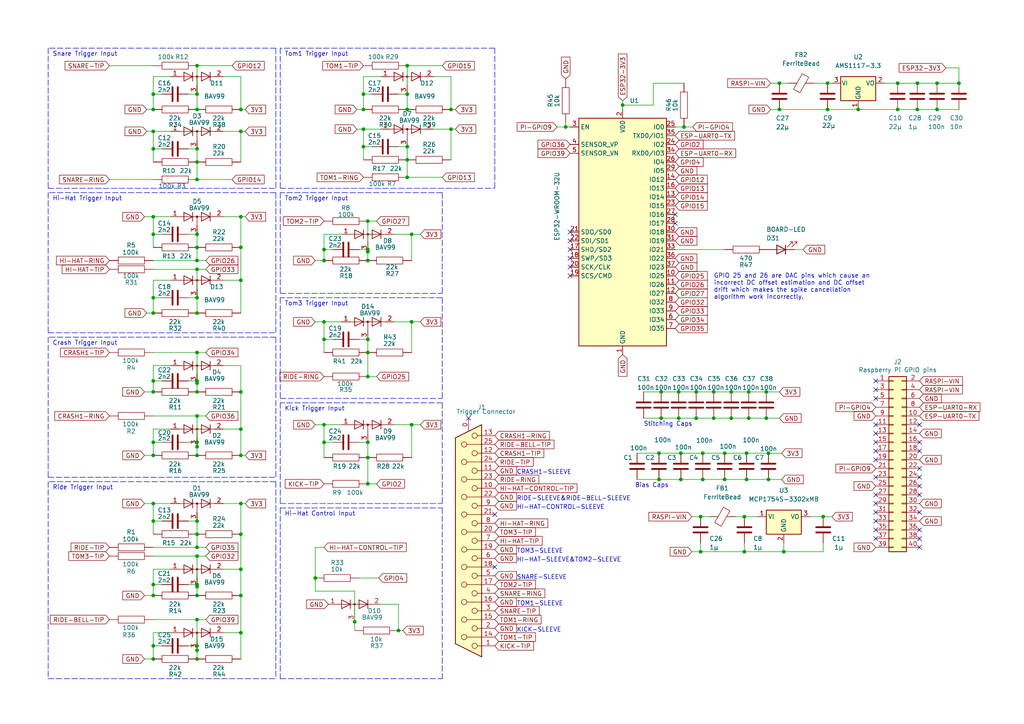
<source format=kicad_sch>
(kicad_sch (version 20211123) (generator eeschema)
  (paper "A4")
  (title_block (title "Edrumulus Prototype 5 (ESP32)") (rev "0.2") (comment 1 "DISCLAIMER: Use at your own risk.") (comment 2 "Raspberry Pi hat design."))
  (junction (at 69.85 124.46))
  (junction (at 106.68 75.565))
  (junction (at 44.45 67.945))
  (junction (at 260.35 31.75))
  (junction (at 57.15 113.665))
  (junction (at 198.374 36.83))
  (junction (at 119.38 67.945))
  (junction (at 203.2 160.02))
  (junction (at 69.85 81.28))
  (junction (at 266.065 31.75))
  (junction (at 106.68 73.025))
  (junction (at 93.98 72.39))
  (junction (at 203.835 131.445))
  (junction (at 212.09 113.665))
  (junction (at 44.45 187.325))
  (junction (at 215.9 149.86))
  (junction (at 240.03 31.75))
  (junction (at 44.45 38.1))
  (junction (at 106.68 128.27))
  (junction (at 222.885 139.065))
  (junction (at 69.85 183.515))
  (junction (at 118.11 42.545))
  (junction (at 118.11 27.305))
  (junction (at 57.15 172.72))
  (junction (at 105.41 31.75))
  (junction (at 57.15 179.705))
  (junction (at 203.2 149.86))
  (junction (at 271.78 31.75))
  (junction (at 69.85 38.1))
  (junction (at 201.93 113.665))
  (junction (at 216.535 131.445))
  (junction (at 118.11 46.355))
  (junction (at 57.15 46.99))
  (junction (at 57.15 43.18))
  (junction (at 248.92 31.75))
  (junction (at 44.45 31.75))
  (junction (at 57.15 151.13))
  (junction (at 130.81 31.75))
  (junction (at 212.09 121.285))
  (junction (at 105.41 27.305))
  (junction (at 57.15 187.325))
  (junction (at 210.185 131.445))
  (junction (at 106.68 98.425))
  (junction (at 57.15 191.135))
  (junction (at 69.85 165.1))
  (junction (at 106.68 72.39))
  (junction (at 69.85 31.75))
  (junction (at 222.25 121.285))
  (junction (at 44.45 43.18))
  (junction (at 119.38 93.345))
  (junction (at 57.15 86.36))
  (junction (at 57.15 158.75))
  (junction (at 106.68 109.22))
  (junction (at 57.15 78.105))
  (junction (at 44.45 128.27))
  (junction (at 57.15 75.565))
  (junction (at 57.15 188.595))
  (junction (at 106.68 102.235))
  (junction (at 57.15 129.54))
  (junction (at 44.45 146.05))
  (junction (at 278.13 24.13))
  (junction (at 196.85 121.285))
  (junction (at 106.68 64.135))
  (junction (at 130.81 37.465))
  (junction (at 207.01 121.285))
  (junction (at 44.45 132.08))
  (junction (at 105.41 42.545))
  (junction (at 57.15 67.945))
  (junction (at 119.38 123.19))
  (junction (at 57.15 128.27))
  (junction (at 44.45 62.865))
  (junction (at 106.68 132.715))
  (junction (at 226.06 31.75))
  (junction (at 196.85 113.665))
  (junction (at 266.065 24.13))
  (junction (at 105.41 37.465))
  (junction (at 217.17 113.665))
  (junction (at 57.15 110.49))
  (junction (at 57.15 169.545))
  (junction (at 222.885 131.445))
  (junction (at 93.98 93.345))
  (junction (at 57.15 111.125))
  (junction (at 271.78 24.13))
  (junction (at 203.835 139.065))
  (junction (at 191.135 139.065))
  (junction (at 69.85 172.72))
  (junction (at 69.85 113.665))
  (junction (at 57.15 27.305))
  (junction (at 238.76 149.86))
  (junction (at 118.11 19.05))
  (junction (at 260.35 24.13))
  (junction (at 44.45 191.135))
  (junction (at 91.44 167.64))
  (junction (at 44.45 90.805))
  (junction (at 57.15 120.65))
  (junction (at 226.06 24.13))
  (junction (at 44.45 86.36))
  (junction (at 164.084 36.83))
  (junction (at 210.185 139.065))
  (junction (at 93.98 123.19))
  (junction (at 57.15 90.805))
  (junction (at 115.57 182.88))
  (junction (at 217.17 121.285))
  (junction (at 118.11 31.75))
  (junction (at 191.77 121.285))
  (junction (at 93.98 75.565))
  (junction (at 197.485 139.065))
  (junction (at 57.15 102.235))
  (junction (at 57.15 154.94))
  (junction (at 227.33 160.02))
  (junction (at 57.15 19.05))
  (junction (at 215.9 160.02))
  (junction (at 57.15 71.755))
  (junction (at 69.85 62.865))
  (junction (at 57.15 132.08))
  (junction (at 44.45 172.72))
  (junction (at 222.25 113.665))
  (junction (at 69.85 132.08))
  (junction (at 197.485 131.445))
  (junction (at 191.77 113.665))
  (junction (at 240.03 24.13))
  (junction (at 180.594 30.48))
  (junction (at 57.15 161.29))
  (junction (at 207.01 113.665))
  (junction (at 44.45 151.13))
  (junction (at 106.68 140.335))
  (junction (at 201.93 121.285))
  (junction (at 44.45 110.49))
  (junction (at 44.45 27.305))
  (junction (at 44.45 113.665))
  (junction (at 93.98 128.27))
  (junction (at 191.135 131.445))
  (junction (at 69.85 146.05))
  (junction (at 57.15 52.07))
  (junction (at 69.85 71.755))
  (junction (at 93.98 98.425))
  (junction (at 69.85 154.94))
  (junction (at 57.15 170.18))
  (junction (at 216.535 139.065))
  (junction (at 118.11 51.435))
  (junction (at 44.45 169.545))
  (junction (at 57.15 31.75))
  (junction (at 102.87 180.34))
  (no_connect (at 266.7 153.67))
  (no_connect (at 143.51 149.225))
  (no_connect (at 254 123.19))
  (no_connect (at 254 113.03))
  (no_connect (at 266.7 143.51))
  (no_connect (at 254 143.51))
  (no_connect (at 165.354 77.47))
  (no_connect (at 165.354 80.01))
  (no_connect (at 165.354 72.39))
  (no_connect (at 165.354 74.93))
  (no_connect (at 165.354 69.85))
  (no_connect (at 165.354 67.31))
  (no_connect (at 254 133.35))
  (no_connect (at 254 110.49))
  (no_connect (at 254 128.27))
  (no_connect (at 254 125.73))
  (no_connect (at 254 156.21))
  (no_connect (at 143.51 164.465))
  (no_connect (at 266.7 128.27))
  (no_connect (at 266.7 138.43))
  (no_connect (at 266.7 158.75))
  (no_connect (at 135.89 121.285))
  (no_connect (at 254 146.05))
  (no_connect (at 266.7 130.81))
  (no_connect (at 254 151.13))
  (no_connect (at 266.7 140.97))
  (no_connect (at 266.7 156.21))
  (no_connect (at 266.7 123.19))
  (no_connect (at 254 115.57))
  (no_connect (at 195.834 62.23))
  (no_connect (at 195.834 64.77))
  (no_connect (at 266.7 135.89))
  (no_connect (at 254 138.43))
  (no_connect (at 254 148.59))
  (no_connect (at 254 130.81))
  (no_connect (at 254 153.67))
  (no_connect (at 266.7 148.59))
  (wire (pts (xy 186.69 121.285) (xy 191.77 121.285)))
  (wire (pts (xy 57.15 52.07) (xy 67.31 52.07)))
  (wire (pts (xy 57.15 78.105) (xy 59.69 78.105)))
  (wire (pts (xy 118.11 42.545) (xy 118.11 46.355)))
  (wire (pts (xy 230.378 72.39) (xy 232.918 72.39)))
  (wire (pts (xy 128.27 51.435) (xy 118.11 51.435)))
  (wire (pts (xy 203.2 157.48) (xy 203.2 160.02)))
  (wire (pts (xy 69.85 62.865) (xy 69.85 71.755)))
  (wire (pts (xy 71.12 31.75) (xy 69.85 31.75)))
  (wire (pts (xy 69.85 81.28) (xy 69.85 90.805)))
  (wire (pts (xy 57.15 19.05) (xy 57.15 27.305)))
  (wire (pts (xy 130.81 37.465) (xy 132.08 37.465)))
  (wire (pts (xy 191.77 121.285) (xy 196.85 121.285)))
  (wire (pts (xy 44.45 128.27) (xy 44.45 132.08)))
  (polyline (pts (xy 13.97 138.43) (xy 80.01 138.43)))
  (wire (pts (xy 31.75 19.05) (xy 44.45 19.05)))
  (wire (pts (xy 44.45 187.325) (xy 46.99 187.325)))
  (wire (pts (xy 41.91 62.865) (xy 44.45 62.865)))
  (wire (pts (xy 69.85 22.225) (xy 69.85 31.75)))
  (polyline (pts (xy 81.28 147.32) (xy 81.28 196.85)))
  (wire (pts (xy 196.85 121.285) (xy 201.93 121.285)))
  (wire (pts (xy 238.76 157.48) (xy 238.76 160.02)))
  (polyline (pts (xy 128.27 116.84) (xy 81.28 116.84)))
  (polyline (pts (xy 80.01 55.88) (xy 80.01 96.52)))
  (wire (pts (xy 222.25 121.285) (xy 226.06 121.285)))
  (wire (pts (xy 91.44 158.75) (xy 91.44 167.64)))
  (wire (pts (xy 54.61 110.49) (xy 57.15 110.49)))
  (wire (pts (xy 222.25 113.665) (xy 226.06 113.665)))
  (wire (pts (xy 93.98 93.345) (xy 99.06 93.345)))
  (wire (pts (xy 191.135 131.445) (xy 197.485 131.445)))
  (wire (pts (xy 197.485 139.065) (xy 203.835 139.065)))
  (wire (pts (xy 104.14 72.39) (xy 106.68 72.39)))
  (wire (pts (xy 93.98 93.345) (xy 93.98 98.425)))
  (wire (pts (xy 180.594 30.48) (xy 180.594 31.75)))
  (wire (pts (xy 105.41 22.225) (xy 110.49 22.225)))
  (wire (pts (xy 93.98 123.19) (xy 93.98 128.27)))
  (wire (pts (xy 64.77 124.46) (xy 69.85 124.46)))
  (wire (pts (xy 223.52 24.13) (xy 226.06 24.13)))
  (wire (pts (xy 57.15 27.305) (xy 57.15 31.75)))
  (wire (pts (xy 119.38 93.345) (xy 121.92 93.345)))
  (wire (pts (xy 118.11 19.05) (xy 128.27 19.05)))
  (wire (pts (xy 119.38 67.945) (xy 121.92 67.945)))
  (wire (pts (xy 226.06 31.75) (xy 240.03 31.75)))
  (wire (pts (xy 223.52 31.75) (xy 226.06 31.75)))
  (wire (pts (xy 69.85 154.94) (xy 69.85 165.1)))
  (wire (pts (xy 57.15 78.105) (xy 57.15 86.36)))
  (wire (pts (xy 130.81 37.465) (xy 130.81 46.355)))
  (polyline (pts (xy 81.28 13.97) (xy 81.28 54.61)))
  (wire (pts (xy 226.06 24.13) (xy 228.6 24.13)))
  (wire (pts (xy 215.9 149.86) (xy 219.71 149.86)))
  (wire (pts (xy 44.45 120.65) (xy 57.15 120.65)))
  (wire (pts (xy 93.98 98.425) (xy 93.98 102.235)))
  (polyline (pts (xy 13.97 54.61) (xy 80.01 54.61)))
  (wire (pts (xy 115.57 182.88) (xy 116.84 182.88)))
  (wire (pts (xy 57.15 111.125) (xy 57.15 113.665)))
  (wire (pts (xy 44.45 86.36) (xy 44.45 90.805)))
  (wire (pts (xy 119.38 67.945) (xy 119.38 75.565)))
  (polyline (pts (xy 81.28 115.57) (xy 128.27 115.57)))
  (wire (pts (xy 41.91 172.72) (xy 44.45 172.72)))
  (polyline (pts (xy 128.27 86.36) (xy 81.28 86.36)))
  (wire (pts (xy 54.61 86.36) (xy 57.15 86.36)))
  (wire (pts (xy 93.98 98.425) (xy 96.52 98.425)))
  (polyline (pts (xy 80.01 97.79) (xy 80.01 138.43)))
  (wire (pts (xy 106.68 64.135) (xy 109.22 64.135)))
  (wire (pts (xy 57.15 179.705) (xy 57.15 187.325)))
  (wire (pts (xy 69.85 146.05) (xy 71.12 146.05)))
  (wire (pts (xy 106.68 64.135) (xy 106.68 72.39)))
  (wire (pts (xy 44.45 169.545) (xy 44.45 172.72)))
  (wire (pts (xy 44.45 43.18) (xy 46.99 43.18)))
  (wire (pts (xy 203.835 131.445) (xy 210.185 131.445)))
  (wire (pts (xy 31.75 52.07) (xy 44.45 52.07)))
  (wire (pts (xy 44.45 110.49) (xy 44.45 113.665)))
  (wire (pts (xy 240.03 31.75) (xy 248.92 31.75)))
  (wire (pts (xy 44.45 179.705) (xy 57.15 179.705)))
  (wire (pts (xy 234.95 149.86) (xy 238.76 149.86)))
  (polyline (pts (xy 128.27 55.88) (xy 81.28 55.88)))
  (wire (pts (xy 125.73 22.225) (xy 130.81 22.225)))
  (wire (pts (xy 119.38 123.19) (xy 121.92 123.19)))
  (wire (pts (xy 191.135 139.065) (xy 197.485 139.065)))
  (polyline (pts (xy 80.01 13.97) (xy 13.97 13.97)))
  (wire (pts (xy 57.15 188.595) (xy 57.15 191.135)))
  (wire (pts (xy 105.41 22.225) (xy 105.41 27.305)))
  (wire (pts (xy 44.45 106.045) (xy 44.45 110.49)))
  (wire (pts (xy 274.32 19.685) (xy 278.13 19.685)))
  (wire (pts (xy 57.15 158.75) (xy 57.15 154.94)))
  (wire (pts (xy 42.545 38.1) (xy 44.45 38.1)))
  (wire (pts (xy 69.85 38.1) (xy 71.12 38.1)))
  (wire (pts (xy 91.44 93.345) (xy 93.98 93.345)))
  (wire (pts (xy 42.545 90.805) (xy 44.45 90.805)))
  (wire (pts (xy 104.14 98.425) (xy 106.68 98.425)))
  (wire (pts (xy 44.45 110.49) (xy 46.99 110.49)))
  (wire (pts (xy 57.15 19.05) (xy 67.31 19.05)))
  (wire (pts (xy 93.98 67.945) (xy 99.06 67.945)))
  (wire (pts (xy 256.54 24.13) (xy 260.35 24.13)))
  (wire (pts (xy 212.09 113.665) (xy 217.17 113.665)))
  (wire (pts (xy 201.93 113.665) (xy 207.01 113.665)))
  (wire (pts (xy 57.15 102.235) (xy 57.15 110.49)))
  (wire (pts (xy 44.45 27.305) (xy 44.45 31.75)))
  (wire (pts (xy 110.49 175.26) (xy 115.57 175.26)))
  (wire (pts (xy 105.41 37.465) (xy 105.41 42.545)))
  (wire (pts (xy 44.45 165.1) (xy 44.45 169.545)))
  (wire (pts (xy 106.68 73.025) (xy 106.68 75.565)))
  (wire (pts (xy 69.85 71.755) (xy 69.85 81.28)))
  (wire (pts (xy 222.885 131.445) (xy 226.695 131.445)))
  (wire (pts (xy 213.36 149.86) (xy 215.9 149.86)))
  (wire (pts (xy 118.11 27.305) (xy 118.11 31.75)))
  (wire (pts (xy 44.45 38.1) (xy 44.45 43.18)))
  (wire (pts (xy 54.61 27.305) (xy 57.15 27.305)))
  (polyline (pts (xy 81.28 147.32) (xy 128.27 147.32)))
  (wire (pts (xy 44.45 146.05) (xy 49.53 146.05)))
  (wire (pts (xy 69.85 165.1) (xy 69.85 172.72)))
  (wire (pts (xy 57.15 120.65) (xy 59.69 120.65)))
  (wire (pts (xy 44.45 81.28) (xy 49.53 81.28)))
  (polyline (pts (xy 81.28 146.05) (xy 128.27 146.05)))
  (wire (pts (xy 44.45 169.545) (xy 46.99 169.545)))
  (wire (pts (xy 210.185 131.445) (xy 216.535 131.445)))
  (wire (pts (xy 44.45 102.235) (xy 57.15 102.235)))
  (wire (pts (xy 57.15 102.235) (xy 59.69 102.235)))
  (wire (pts (xy 57.15 67.945) (xy 57.15 71.755)))
  (wire (pts (xy 54.61 151.13) (xy 57.15 151.13)))
  (polyline (pts (xy 128.27 55.88) (xy 128.27 85.09)))
  (wire (pts (xy 64.77 146.05) (xy 69.85 146.05)))
  (wire (pts (xy 200.66 149.86) (xy 203.2 149.86)))
  (wire (pts (xy 207.01 121.285) (xy 212.09 121.285)))
  (polyline (pts (xy 13.97 13.97) (xy 13.97 54.61)))
  (polyline (pts (xy 81.28 85.09) (xy 128.27 85.09)))
  (wire (pts (xy 93.98 123.19) (xy 99.06 123.19)))
  (wire (pts (xy 57.15 128.27) (xy 57.15 129.54)))
  (wire (pts (xy 44.45 38.1) (xy 49.53 38.1)))
  (wire (pts (xy 119.38 123.19) (xy 119.38 132.715)))
  (wire (pts (xy 114.3 93.345) (xy 119.38 93.345)))
  (wire (pts (xy 106.68 128.27) (xy 106.68 132.715)))
  (wire (pts (xy 186.69 113.665) (xy 191.77 113.665)))
  (wire (pts (xy 44.45 27.305) (xy 46.99 27.305)))
  (wire (pts (xy 71.12 132.08) (xy 69.85 132.08)))
  (wire (pts (xy 201.93 121.285) (xy 207.01 121.285)))
  (polyline (pts (xy 81.28 54.61) (xy 143.51 54.61)))
  (wire (pts (xy 104.14 167.64) (xy 109.855 167.64)))
  (wire (pts (xy 69.85 172.72) (xy 69.85 183.515)))
  (wire (pts (xy 114.3 67.945) (xy 119.38 67.945)))
  (wire (pts (xy 93.98 128.27) (xy 93.98 132.715)))
  (wire (pts (xy 115.57 175.26) (xy 115.57 182.88)))
  (wire (pts (xy 184.785 139.065) (xy 191.135 139.065)))
  (polyline (pts (xy 13.97 196.85) (xy 80.01 196.85)))
  (wire (pts (xy 44.45 62.865) (xy 49.53 62.865)))
  (wire (pts (xy 64.77 38.1) (xy 69.85 38.1)))
  (wire (pts (xy 125.73 37.465) (xy 130.81 37.465)))
  (wire (pts (xy 91.44 123.19) (xy 93.98 123.19)))
  (wire (pts (xy 44.45 146.05) (xy 44.45 151.13)))
  (wire (pts (xy 64.77 106.045) (xy 69.85 106.045)))
  (wire (pts (xy 44.45 124.46) (xy 49.53 124.46)))
  (wire (pts (xy 203.2 149.86) (xy 205.74 149.86)))
  (wire (pts (xy 105.41 42.545) (xy 107.95 42.545)))
  (wire (pts (xy 44.45 67.945) (xy 46.99 67.945)))
  (polyline (pts (xy 143.51 13.97) (xy 81.28 13.97)))
  (wire (pts (xy 227.33 157.48) (xy 227.33 160.02)))
  (wire (pts (xy 106.68 102.235) (xy 106.68 109.22)))
  (wire (pts (xy 118.11 19.05) (xy 118.11 27.305)))
  (polyline (pts (xy 80.01 13.97) (xy 80.01 54.61)))
  (wire (pts (xy 106.68 109.22) (xy 109.22 109.22)))
  (wire (pts (xy 93.98 67.945) (xy 93.98 72.39)))
  (polyline (pts (xy 13.97 96.52) (xy 80.01 96.52)))
  (wire (pts (xy 195.834 36.83) (xy 198.374 36.83)))
  (wire (pts (xy 217.17 121.285) (xy 222.25 121.285)))
  (wire (pts (xy 57.15 129.54) (xy 57.15 132.08)))
  (wire (pts (xy 210.185 139.065) (xy 216.535 139.065)))
  (wire (pts (xy 260.35 31.75) (xy 266.065 31.75)))
  (wire (pts (xy 271.78 31.75) (xy 278.13 31.75)))
  (wire (pts (xy 189.484 30.48) (xy 180.594 30.48)))
  (wire (pts (xy 44.45 106.045) (xy 49.53 106.045)))
  (wire (pts (xy 54.61 128.27) (xy 57.15 128.27)))
  (wire (pts (xy 119.38 93.345) (xy 119.38 102.235)))
  (wire (pts (xy 57.15 46.99) (xy 57.15 52.07)))
  (wire (pts (xy 227.33 160.02) (xy 238.76 160.02)))
  (wire (pts (xy 44.45 62.865) (xy 44.45 67.945)))
  (wire (pts (xy 104.14 128.27) (xy 106.68 128.27)))
  (wire (pts (xy 215.9 157.48) (xy 215.9 160.02)))
  (wire (pts (xy 203.835 139.065) (xy 210.185 139.065)))
  (wire (pts (xy 44.45 158.75) (xy 57.15 158.75)))
  (wire (pts (xy 44.45 151.13) (xy 44.45 154.94)))
  (wire (pts (xy 216.535 131.445) (xy 222.885 131.445)))
  (wire (pts (xy 260.35 24.13) (xy 266.065 24.13)))
  (wire (pts (xy 64.77 62.865) (xy 69.85 62.865)))
  (wire (pts (xy 197.485 131.445) (xy 203.835 131.445)))
  (wire (pts (xy 105.41 37.465) (xy 110.49 37.465)))
  (wire (pts (xy 102.87 171.45) (xy 91.44 171.45)))
  (wire (pts (xy 106.68 132.715) (xy 106.68 140.335)))
  (wire (pts (xy 57.15 161.29) (xy 57.15 169.545)))
  (wire (pts (xy 41.91 146.05) (xy 44.45 146.05)))
  (wire (pts (xy 164.084 36.83) (xy 165.354 36.83)))
  (wire (pts (xy 69.85 106.045) (xy 69.85 113.665)))
  (wire (pts (xy 105.41 27.305) (xy 107.95 27.305)))
  (wire (pts (xy 54.61 67.945) (xy 57.15 67.945)))
  (wire (pts (xy 44.45 183.515) (xy 49.53 183.515)))
  (wire (pts (xy 57.15 170.18) (xy 57.15 172.72)))
  (wire (pts (xy 212.09 121.285) (xy 217.17 121.285)))
  (wire (pts (xy 44.45 43.18) (xy 44.45 46.99)))
  (wire (pts (xy 115.57 27.305) (xy 118.11 27.305)))
  (polyline (pts (xy 80.01 55.88) (xy 13.97 55.88)))
  (wire (pts (xy 215.9 160.02) (xy 227.33 160.02)))
  (polyline (pts (xy 128.27 86.36) (xy 128.27 115.57)))
  (wire (pts (xy 44.45 128.27) (xy 46.99 128.27)))
  (wire (pts (xy 57.15 75.565) (xy 57.15 71.755)))
  (wire (pts (xy 102.87 180.34) (xy 102.87 182.88)))
  (wire (pts (xy 106.68 98.425) (xy 106.68 102.235)))
  (wire (pts (xy 44.45 22.225) (xy 44.45 27.305)))
  (wire (pts (xy 105.41 27.305) (xy 105.41 31.75)))
  (wire (pts (xy 266.065 31.75) (xy 271.78 31.75)))
  (wire (pts (xy 91.44 158.75) (xy 93.98 158.75)))
  (wire (pts (xy 44.45 78.105) (xy 57.15 78.105)))
  (wire (pts (xy 105.41 42.545) (xy 105.41 46.355)))
  (wire (pts (xy 41.91 113.665) (xy 44.45 113.665)))
  (polyline (pts (xy 13.97 139.7) (xy 13.97 196.85)))
  (wire (pts (xy 132.08 31.75) (xy 130.81 31.75)))
  (wire (pts (xy 203.2 160.02) (xy 215.9 160.02)))
  (wire (pts (xy 69.85 146.05) (xy 69.85 154.94)))
  (polyline (pts (xy 128.27 116.84) (xy 128.27 146.05)))
  (polyline (pts (xy 80.01 139.7) (xy 13.97 139.7)))
  (polyline (pts (xy 143.51 13.97) (xy 143.51 54.61)))
  (wire (pts (xy 57.15 43.18) (xy 57.15 46.99)))
  (wire (pts (xy 130.81 22.225) (xy 130.81 31.75)))
  (wire (pts (xy 57.15 169.545) (xy 57.15 170.18)))
  (wire (pts (xy 93.98 72.39) (xy 93.98 75.565)))
  (wire (pts (xy 189.484 24.13) (xy 198.374 24.13)))
  (wire (pts (xy 57.15 86.36) (xy 57.15 90.805)))
  (wire (pts (xy 44.45 75.565) (xy 57.15 75.565)))
  (polyline (pts (xy 13.97 55.88) (xy 13.97 96.52)))
  (wire (pts (xy 240.03 24.13) (xy 241.3 24.13)))
  (wire (pts (xy 91.44 167.64) (xy 91.44 171.45)))
  (wire (pts (xy 44.45 124.46) (xy 44.45 128.27)))
  (wire (pts (xy 191.77 113.665) (xy 196.85 113.665)))
  (polyline (pts (xy 81.28 86.36) (xy 81.28 115.57)))
  (wire (pts (xy 91.44 75.565) (xy 93.98 75.565)))
  (wire (pts (xy 248.92 31.75) (xy 260.35 31.75)))
  (polyline (pts (xy 80.01 139.7) (xy 80.01 196.85)))
  (wire (pts (xy 236.22 24.13) (xy 240.03 24.13)))
  (polyline (pts (xy 13.97 97.79) (xy 13.97 138.43)))
  (wire (pts (xy 69.85 62.865) (xy 71.12 62.865)))
  (wire (pts (xy 64.77 81.28) (xy 69.85 81.28)))
  (wire (pts (xy 266.065 24.13) (xy 271.78 24.13)))
  (wire (pts (xy 271.78 24.13) (xy 278.13 24.13)))
  (wire (pts (xy 216.535 139.065) (xy 222.885 139.065)))
  (wire (pts (xy 44.45 183.515) (xy 44.45 187.325)))
  (wire (pts (xy 64.77 165.1) (xy 69.85 165.1)))
  (wire (pts (xy 57.15 151.13) (xy 57.15 154.94)))
  (wire (pts (xy 44.45 81.28) (xy 44.45 86.36)))
  (wire (pts (xy 184.785 131.445) (xy 191.135 131.445)))
  (wire (pts (xy 42.545 31.75) (xy 44.45 31.75)))
  (wire (pts (xy 189.484 30.48) (xy 189.484 24.13)))
  (wire (pts (xy 69.85 124.46) (xy 69.85 132.08)))
  (wire (pts (xy 103.505 37.465) (xy 105.41 37.465)))
  (wire (pts (xy 64.77 183.515) (xy 69.85 183.515)))
  (wire (pts (xy 103.505 31.75) (xy 105.41 31.75)))
  (wire (pts (xy 57.15 110.49) (xy 57.15 111.125)))
  (wire (pts (xy 57.15 161.29) (xy 59.69 161.29)))
  (wire (pts (xy 106.68 72.39) (xy 106.68 73.025)))
  (polyline (pts (xy 128.27 147.32) (xy 128.27 196.85)))
  (wire (pts (xy 54.61 169.545) (xy 57.15 169.545)))
  (polyline (pts (xy 81.28 55.88) (xy 81.28 85.09)))
  (wire (pts (xy 64.77 22.225) (xy 69.85 22.225)))
  (wire (pts (xy 93.98 72.39) (xy 96.52 72.39)))
  (wire (pts (xy 180.594 29.21) (xy 180.594 30.48)))
  (wire (pts (xy 44.45 22.225) (xy 49.53 22.225)))
  (wire (pts (xy 238.76 149.86) (xy 241.3 149.86)))
  (wire (pts (xy 198.374 36.83) (xy 200.914 36.83)))
  (wire (pts (xy 59.69 158.75) (xy 57.15 158.75)))
  (wire (pts (xy 69.85 113.665) (xy 69.85 124.46)))
  (wire (pts (xy 278.13 19.685) (xy 278.13 24.13)))
  (wire (pts (xy 161.544 36.83) (xy 164.084 36.83)))
  (wire (pts (xy 217.17 113.665) (xy 222.25 113.665)))
  (wire (pts (xy 118.11 46.355) (xy 118.11 51.435)))
  (wire (pts (xy 93.98 128.27) (xy 96.52 128.27)))
  (wire (pts (xy 207.01 113.665) (xy 212.09 113.665)))
  (wire (pts (xy 41.91 132.08) (xy 44.45 132.08)))
  (wire (pts (xy 57.15 120.65) (xy 57.15 128.27)))
  (wire (pts (xy 44.45 86.36) (xy 46.99 86.36)))
  (wire (pts (xy 44.45 165.1) (xy 49.53 165.1)))
  (polyline (pts (xy 81.28 196.85) (xy 128.27 196.85)))
  (wire (pts (xy 164.084 35.56) (xy 164.084 36.83)))
  (wire (pts (xy 106.68 140.335) (xy 109.22 140.335)))
  (wire (pts (xy 102.87 171.45) (xy 102.87 180.34)))
  (wire (pts (xy 54.61 187.325) (xy 57.15 187.325)))
  (wire (pts (xy 115.57 42.545) (xy 118.11 42.545)))
  (wire (pts (xy 200.66 160.02) (xy 203.2 160.02)))
  (wire (pts (xy 59.69 75.565) (xy 57.15 75.565)))
  (wire (pts (xy 54.61 43.18) (xy 57.15 43.18)))
  (wire (pts (xy 44.45 187.325) (xy 44.45 191.135)))
  (wire (pts (xy 44.45 67.945) (xy 44.45 71.755)))
  (polyline (pts (xy 81.28 116.84) (xy 81.28 146.05)))
  (wire (pts (xy 44.45 151.13) (xy 46.99 151.13)))
  (wire (pts (xy 69.85 38.1) (xy 69.85 46.99)))
  (wire (pts (xy 57.15 179.705) (xy 59.69 179.705)))
  (wire (pts (xy 44.45 161.29) (xy 57.15 161.29)))
  (wire (pts (xy 41.91 191.135) (xy 44.45 191.135)))
  (wire (pts (xy 69.85 183.515) (xy 69.85 191.135)))
  (wire (pts (xy 57.15 187.325) (xy 57.15 188.595)))
  (wire (pts (xy 222.885 139.065) (xy 226.695 139.065)))
  (polyline (pts (xy 80.01 97.79) (xy 13.97 97.79)))
  (wire (pts (xy 114.3 123.19) (xy 119.38 123.19)))
  (wire (pts (xy 196.85 113.665) (xy 201.93 113.665)))
  (wire (pts (xy 195.834 72.39) (xy 210.058 72.39)))
  (text "Snare Trigger Input" (at 15.24 16.51 0) (effects (font (size 1.27 1.27)) (justify left bottom)))
  (text "KICK-SLEEVE" (at 149.86 183.515 0) (effects (font (size 1.27 1.27)) (justify left bottom)))
  (text "CRASH1-SLEEVE" (at 149.86 137.795 0) (effects (font (size 1.27 1.27)) (justify left bottom)))
  (text "SNARE-SLEEVE" (at 149.86 168.275 0) (effects (font (size 1.27 1.27)) (justify left bottom)))
  (text "HI-HAT-CONTROL-SLEEVE" (at 149.86 147.955 0) (effects (font (size 1.27 1.27)) (justify left bottom)))
  (text "HI-HAT-SLEEVE&TOM2-SLEEVE" (at 149.86 163.195 0) (effects (font (size 1.27 1.27)) (justify left bottom)))
  (text "Tom3 Trigger Input" (at 82.55 88.9 0) (effects (font (size 1.27 1.27)) (justify left bottom)))
  (text "RIDE-SLEEVE&RIDE-BELL-SLEEVE" (at 149.86 145.415 0) (effects (font (size 1.27 1.27)) (justify left bottom)))
  (text "Tom1 Trigger Input" (at 82.55 16.51 0) (effects (font (size 1.27 1.27)) (justify left bottom)))
  (text "Bias Caps" (at 184.15 141.605 0) (effects (font (size 1.27 1.27)) (justify left bottom)))
  (text "GPIO 25 and 26 are DAC pins which cause an\nincorrect DC offset estimation and DC offset\ndrift which makes the spike cancellation\nalgorithm work incorrectly." (at 207.01 86.995 0) (effects (font (size 1.27 1.27)) (justify left bottom)))
  (text "Kick Trigger Input" (at 82.55 119.38 0) (effects (font (size 1.27 1.27)) (justify left bottom)))
  (text "Crash Trigger Input" (at 15.24 100.33 0) (effects (font (size 1.27 1.27)) (justify left bottom)))
  (text "Hi-Hat Trigger Input" (at 15.24 58.42 0) (effects (font (size 1.27 1.27)) (justify left bottom)))
  (text "Hi-Hat Control Input" (at 82.55 149.86 0) (effects (font (size 1.27 1.27)) (justify left bottom)))
  (text "TOM3-SLEEVE" (at 149.86 160.655 0) (effects (font (size 1.27 1.27)) (justify left bottom)))
  (text "Stitching Caps" (at 186.69 123.825 0) (effects (font (size 1.27 1.27)) (justify left bottom)))
  (text "TOM1-SLEEVE" (at 149.86 175.895 0) (effects (font (size 1.27 1.27)) (justify left bottom)))
  (text "Tom2 Trigger Input" (at 82.55 58.42 0) (effects (font (size 1.27 1.27)) (justify left bottom)))
  (text "Ride Trigger Input" (at 15.24 142.24 0) (effects (font (size 1.27 1.27)) (justify left bottom)))
  (global_label "PI-GPIO9" (shape input) (at 254 135.89 180) (property "Referenzen zwischen Schaltplänen" "${INTERSHEET_REFS}" (effects hide)))
  (global_label "GPIO26" (shape input) (at 195.834 82.55 0) (property "Referenzen zwischen Schaltplänen" "${INTERSHEET_REFS}" (effects hide)))
  (global_label "GPIO39" (shape input) (at 59.69 179.705 0) (property "Referenzen zwischen Schaltplänen" "${INTERSHEET_REFS}" (effects hide)))
  (global_label "TOM1-TIP" (shape input) (at 143.51 184.785 0) (property "Referenzen zwischen Schaltplänen" "${INTERSHEET_REFS}" (effects hide)))
  (global_label "GND" (shape input) (at 143.51 182.245 0) (property "Referenzen zwischen Schaltplänen" "${INTERSHEET_REFS}" (effects hide)))
  (global_label "GND" (shape input) (at 143.51 144.145 0) (property "Referenzen zwischen Schaltplänen" "${INTERSHEET_REFS}" (effects hide)))
  (global_label "GND" (shape input) (at 91.44 75.565 180) (property "Referenzen zwischen Schaltplänen" "${INTERSHEET_REFS}" (effects hide)))
  (global_label "GPIO27" (shape input) (at 195.834 85.09 0) (property "Referenzen zwischen Schaltplänen" "${INTERSHEET_REFS}" (effects hide)))
  (global_label "TOM1-TIP" (shape input) (at 105.41 19.05 180) (property "Referenzen zwischen Schaltplänen" "${INTERSHEET_REFS}" (effects hide)))
  (global_label "GPIO34" (shape input) (at 195.834 92.71 0) (property "Referenzen zwischen Schaltplänen" "${INTERSHEET_REFS}" (effects hide)))
  (global_label "GND" (shape input) (at 195.834 74.93 0) (property "Referenzen zwischen Schaltplänen" "${INTERSHEET_REFS}" (effects hide)))
  (global_label "RASPI-VIN" (shape input) (at 266.7 110.49 0) (property "Referenzen zwischen Schaltplänen" "${INTERSHEET_REFS}" (effects hide)))
  (global_label "SNARE-RING" (shape input) (at 31.75 52.07 180) (property "Referenzen zwischen Schaltplänen" "${INTERSHEET_REFS}" (effects hide)))
  (global_label "GND" (shape input) (at 226.695 139.065 0) (property "Referenzen zwischen Schaltplänen" "${INTERSHEET_REFS}" (effects hide)))
  (global_label "GPIO34" (shape input) (at 59.69 102.235 0) (property "Referenzen zwischen Schaltplänen" "${INTERSHEET_REFS}" (effects hide)))
  (global_label "RIDE-TIP" (shape input) (at 143.51 133.985 0) (property "Referenzen zwischen Schaltplänen" "${INTERSHEET_REFS}" (effects hide)))
  (global_label "TOM1-RING" (shape input) (at 105.41 51.435 180) (property "Referenzen zwischen Schaltplänen" "${INTERSHEET_REFS}" (effects hide)))
  (global_label "RIDE-TIP" (shape input) (at 31.75 158.75 180) (property "Referenzen zwischen Schaltplänen" "${INTERSHEET_REFS}" (effects hide)))
  (global_label "GND" (shape input) (at 103.505 37.465 180) (property "Referenzen zwischen Schaltplänen" "${INTERSHEET_REFS}" (effects hide)))
  (global_label "GND" (shape input) (at 41.91 172.72 180) (property "Referenzen zwischen Schaltplänen" "${INTERSHEET_REFS}" (effects hide)))
  (global_label "GPIO13" (shape input) (at 195.834 54.61 0) (property "Referenzen zwischen Schaltplänen" "${INTERSHEET_REFS}" (effects hide)))
  (global_label "CRASH1-RING" (shape input) (at 143.51 126.365 0) (property "Referenzen zwischen Schaltplänen" "${INTERSHEET_REFS}" (effects hide)))
  (global_label "3V3" (shape input) (at 121.92 93.345 0) (property "Referenzen zwischen Schaltplänen" "${INTERSHEET_REFS}" (effects hide)))
  (global_label "GPIO32" (shape input) (at 195.834 87.63 0) (property "Referenzen zwischen Schaltplänen" "${INTERSHEET_REFS}" (effects hide)))
  (global_label "3V3" (shape input) (at 71.12 132.08 0) (property "Referenzen zwischen Schaltplänen" "${INTERSHEET_REFS}" (effects hide)))
  (global_label "ESP32-3V3" (shape input) (at 274.32 19.685 180) (property "Referenzen zwischen Schaltplänen" "${INTERSHEET_REFS}" (effects hide)))
  (global_label "SNARE-RING" (shape input) (at 143.51 172.085 0) (property "Referenzen zwischen Schaltplänen" "${INTERSHEET_REFS}" (effects hide)))
  (global_label "GND" (shape input) (at 195.834 77.47 0) (property "Referenzen zwischen Schaltplänen" "${INTERSHEET_REFS}" (effects hide)))
  (global_label "CRASH1-RING" (shape input) (at 31.75 120.65 180) (property "Referenzen zwischen Schaltplänen" "${INTERSHEET_REFS}" (effects hide)))
  (global_label "GND" (shape input) (at 266.7 125.73 0) (property "Referenzen zwischen Schaltplänen" "${INTERSHEET_REFS}" (effects hide)))
  (global_label "PI-GPIO9" (shape input) (at 161.544 36.83 180) (property "Referenzen zwischen Schaltplänen" "${INTERSHEET_REFS}" (effects hide)))
  (global_label "TOM3-TIP" (shape input) (at 31.75 161.29 180) (property "Referenzen zwischen Schaltplänen" "${INTERSHEET_REFS}" (effects hide)))
  (global_label "PI-GPIO4" (shape input) (at 200.914 36.83 0) (property "Referenzen zwischen Schaltplänen" "${INTERSHEET_REFS}" (effects hide)))
  (global_label "GND" (shape input) (at 254 140.97 180) (property "Referenzen zwischen Schaltplänen" "${INTERSHEET_REFS}" (effects hide)))
  (global_label "GND" (shape input) (at 164.084 22.86 90) (property "Referenzen zwischen Schaltplänen" "${INTERSHEET_REFS}" (effects hide)))
  (global_label "GPIO4" (shape input) (at 109.855 167.64 0) (property "Referenzen zwischen Schaltplänen" "${INTERSHEET_REFS}" (effects hide)))
  (global_label "RASPI-VIN" (shape input) (at 266.7 113.03 0) (property "Referenzen zwischen Schaltplänen" "${INTERSHEET_REFS}" (effects hide)))
  (global_label "GPIO14" (shape input) (at 195.834 57.15 0) (property "Referenzen zwischen Schaltplänen" "${INTERSHEET_REFS}" (effects hide)))
  (global_label "TOM3-TIP" (shape input) (at 143.51 154.305 0) (property "Referenzen zwischen Schaltplänen" "${INTERSHEET_REFS}" (effects hide)))
  (global_label "GND" (shape input) (at 195.834 49.53 0) (property "Referenzen zwischen Schaltplänen" "${INTERSHEET_REFS}" (effects hide)))
  (global_label "HI-HAT-CONTROL-TIP" (shape input) (at 93.98 158.75 0) (property "Referenzen zwischen Schaltplänen" "${INTERSHEET_REFS}" (effects hide)))
  (global_label "3V3" (shape input) (at 71.12 146.05 0) (property "Referenzen zwischen Schaltplänen" "${INTERSHEET_REFS}" (effects hide)))
  (global_label "GND" (shape input) (at 180.594 102.87 270) (property "Referenzen zwischen Schaltplänen" "${INTERSHEET_REFS}" (effects hide)))
  (global_label "HI-HAT-TIP" (shape input) (at 143.51 156.845 0) (property "Referenzen zwischen Schaltplänen" "${INTERSHEET_REFS}" (effects hide)))
  (global_label "3V3" (shape input) (at 116.84 182.88 0) (property "Referenzen zwischen Schaltplänen" "${INTERSHEET_REFS}" (effects hide)))
  (global_label "RASPI-VIN" (shape input) (at 200.66 149.86 180) (property "Referenzen zwischen Schaltplänen" "${INTERSHEET_REFS}" (effects hide)))
  (global_label "GPIO36" (shape input) (at 59.69 120.65 0) (property "Referenzen zwischen Schaltplänen" "${INTERSHEET_REFS}" (effects hide)))
  (global_label "GND" (shape input) (at 91.44 93.345 180) (property "Referenzen zwischen Schaltplänen" "${INTERSHEET_REFS}" (effects hide)))
  (global_label "GND" (shape input) (at 91.44 123.19 180) (property "Referenzen zwischen Schaltplänen" "${INTERSHEET_REFS}" (effects hide)))
  (global_label "GND" (shape input) (at 143.51 161.925 0) (property "Referenzen zwischen Schaltplänen" "${INTERSHEET_REFS}" (effects hide)))
  (global_label "GPIO15" (shape input) (at 195.834 59.69 0) (property "Referenzen zwischen Schaltplänen" "${INTERSHEET_REFS}" (effects hide)))
  (global_label "3V3" (shape input) (at 71.12 38.1 0) (property "Referenzen zwischen Schaltplänen" "${INTERSHEET_REFS}" (effects hide)))
  (global_label "GND" (shape input) (at 41.91 146.05 180) (property "Referenzen zwischen Schaltplänen" "${INTERSHEET_REFS}" (effects hide)))
  (global_label "GND" (shape input) (at 42.545 90.805 180) (property "Referenzen zwischen Schaltplänen" "${INTERSHEET_REFS}" (effects hide)))
  (global_label "3V3" (shape input) (at 121.92 67.945 0) (property "Referenzen zwischen Schaltplänen" "${INTERSHEET_REFS}" (effects hide)))
  (global_label "GND" (shape input) (at 254 158.75 180) (property "Referenzen zwischen Schaltplänen" "${INTERSHEET_REFS}" (effects hide)))
  (global_label "ESP-UART0-TX" (shape input) (at 195.834 39.37 0) (property "Referenzen zwischen Schaltplänen" "${INTERSHEET_REFS}" (effects hide)))
  (global_label "GPIO14" (shape input) (at 67.31 52.07 0) (property "Referenzen zwischen Schaltplänen" "${INTERSHEET_REFS}" (effects hide)))
  (global_label "GPIO27" (shape input) (at 109.22 64.135 0) (property "Referenzen zwischen Schaltplänen" "${INTERSHEET_REFS}" (effects hide)))
  (global_label "TOM2-TIP" (shape input) (at 143.51 169.545 0) (property "Referenzen zwischen Schaltplänen" "${INTERSHEET_REFS}" (effects hide)))
  (global_label "GND" (shape input) (at 232.918 72.39 0) (property "Referenzen zwischen Schaltplänen" "${INTERSHEET_REFS}" (effects hide)))
  (global_label "HI-HAT-CONTROL-TIP" (shape input) (at 143.51 141.605 0) (property "Referenzen zwischen Schaltplänen" "${INTERSHEET_REFS}" (effects hide)))
  (global_label "GPIO25" (shape input) (at 195.834 80.01 0) (property "Referenzen zwischen Schaltplänen" "${INTERSHEET_REFS}" (effects hide)))
  (global_label "ESP-UART0-RX" (shape input) (at 266.7 118.11 0) (property "Referenzen zwischen Schaltplänen" "${INTERSHEET_REFS}" (effects hide)))
  (global_label "GND" (shape input) (at 143.51 167.005 0) (property "Referenzen zwischen Schaltplänen" "${INTERSHEET_REFS}" (effects hide)))
  (global_label "ESP-UART0-RX" (shape input) (at 195.834 44.45 0) (property "Referenzen zwischen Schaltplänen" "${INTERSHEET_REFS}" (effects hide)))
  (global_label "3V3" (shape input) (at 132.08 37.465 0) (property "Referenzen zwischen Schaltplänen" "${INTERSHEET_REFS}" (effects hide)))
  (global_label "GPIO25" (shape input) (at 109.22 109.22 0) (property "Referenzen zwischen Schaltplänen" "${INTERSHEET_REFS}" (effects hide)))
  (global_label "GPIO33" (shape input) (at 59.69 78.105 0) (property "Referenzen zwischen Schaltplänen" "${INTERSHEET_REFS}" (effects hide)))
  (global_label "GPIO2" (shape input) (at 109.22 140.335 0) (property "Referenzen zwischen Schaltplänen" "${INTERSHEET_REFS}" (effects hide)))
  (global_label "SNARE-TIP" (shape input) (at 31.75 19.05 180) (property "Referenzen zwischen Schaltplänen" "${INTERSHEET_REFS}" (effects hide)))
  (global_label "GPIO35" (shape input) (at 195.834 95.25 0) (property "Referenzen zwischen Schaltplänen" "${INTERSHEET_REFS}" (effects hide)))
  (global_label "GPIO13" (shape input) (at 128.27 51.435 0) (property "Referenzen zwischen Schaltplänen" "${INTERSHEET_REFS}" (effects hide)))
  (global_label "3V3" (shape input) (at 226.695 131.445 0) (property "Referenzen zwischen Schaltplänen" "${INTERSHEET_REFS}" (effects hide)))
  (global_label "GPIO39" (shape input) (at 165.354 44.45 180) (property "Referenzen zwischen Schaltplänen" "${INTERSHEET_REFS}" (effects hide)))
  (global_label "GND" (shape input) (at 41.91 113.665 180) (property "Referenzen zwischen Schaltplänen" "${INTERSHEET_REFS}" (effects hide)))
  (global_label "GND" (shape input) (at 266.7 115.57 0) (property "Referenzen zwischen Schaltplänen" "${INTERSHEET_REFS}" (effects hide)))
  (global_label "GND" (shape input) (at 42.545 31.75 180) (property "Referenzen zwischen Schaltplänen" "${INTERSHEET_REFS}" (effects hide)))
  (global_label "GPIO26" (shape input) (at 59.69 75.565 0) (property "Referenzen zwischen Schaltplänen" "${INTERSHEET_REFS}" (effects hide)))
  (global_label "RIDE-BELL-TIP" (shape input) (at 143.51 128.905 0) (property "Referenzen zwischen Schaltplänen" "${INTERSHEET_REFS}" (effects hide)))
  (global_label "3V3" (shape input) (at 121.92 123.19 0) (property "Referenzen zwischen Schaltplänen" "${INTERSHEET_REFS}" (effects hide)))
  (global_label "GPIO33" (shape input) (at 195.834 90.17 0) (property "Referenzen zwischen Schaltplänen" "${INTERSHEET_REFS}" (effects hide)))
  (global_label "GPIO2" (shape input) (at 195.834 41.91 0) (property "Referenzen zwischen Schaltplänen" "${INTERSHEET_REFS}" (effects hide)))
  (global_label "GPIO12" (shape input) (at 195.834 52.07 0) (property "Referenzen zwischen Schaltplänen" "${INTERSHEET_REFS}" (effects hide)))
  (global_label "GND" (shape input) (at 266.7 133.35 0) (property "Referenzen zwischen Schaltplänen" "${INTERSHEET_REFS}" (effects hide)))
  (global_label "HI-HAT-TIP" (shape input) (at 31.75 78.105 180) (property "Referenzen zwischen Schaltplänen" "${INTERSHEET_REFS}" (effects hide)))
  (global_label "KICK-TIP" (shape input) (at 93.98 140.335 180) (property "Referenzen zwischen Schaltplänen" "${INTERSHEET_REFS}" (effects hide)))
  (global_label "GND" (shape input) (at 226.06 121.285 0) (property "Referenzen zwischen Schaltplänen" "${INTERSHEET_REFS}" (effects hide)))
  (global_label "GND" (shape input) (at 195.834 69.85 0) (property "Referenzen zwischen Schaltplänen" "${INTERSHEET_REFS}" (effects hide)))
  (global_label "RIDE-RING" (shape input) (at 93.98 109.22 180) (property "Referenzen zwischen Schaltplänen" "${INTERSHEET_REFS}" (effects hide)))
  (global_label "GND" (shape input) (at 41.91 132.08 180) (property "Referenzen zwischen Schaltplänen" "${INTERSHEET_REFS}" (effects hide)))
  (global_label "HI-HAT-RING" (shape input) (at 143.51 151.765 0) (property "Referenzen zwischen Schaltplänen" "${INTERSHEET_REFS}" (effects hide)))
  (global_label "GND" (shape input) (at 95.25 175.26 180) (property "Referenzen zwischen Schaltplänen" "${INTERSHEET_REFS}" (effects hide)))
  (global_label "GND" (shape input) (at 254 120.65 180) (property "Referenzen zwischen Schaltplänen" "${INTERSHEET_REFS}" (effects hide)))
  (global_label "GND" (shape input) (at 42.545 38.1 180) (property "Referenzen zwischen Schaltplänen" "${INTERSHEET_REFS}" (effects hide)))
  (global_label "KICK-TIP" (shape input) (at 143.51 187.325 0) (property "Referenzen zwischen Schaltplänen" "${INTERSHEET_REFS}" (effects hide)))
  (global_label "GPIO12" (shape input) (at 67.31 19.05 0) (property "Referenzen zwischen Schaltplänen" "${INTERSHEET_REFS}" (effects hide)))
  (global_label "GND" (shape input) (at 223.52 31.75 180) (property "Referenzen zwischen Schaltplänen" "${INTERSHEET_REFS}" (effects hide)))
  (global_label "GPIO15" (shape input) (at 128.27 19.05 0) (property "Referenzen zwischen Schaltplänen" "${INTERSHEET_REFS}" (effects hide)))
  (global_label "CRASH1-TIP" (shape input) (at 31.75 102.235 180) (property "Referenzen zwischen Schaltplänen" "${INTERSHEET_REFS}" (effects hide)))
  (global_label "CRASH1-TIP" (shape input) (at 143.51 131.445 0) (property "Referenzen zwischen Schaltplänen" "${INTERSHEET_REFS}" (effects hide)))
  (global_label "GND" (shape input) (at 103.505 31.75 180) (property "Referenzen zwischen Schaltplänen" "${INTERSHEET_REFS}" (effects hide)))
  (global_label "RIDE-RING" (shape input) (at 143.51 139.065 0) (property "Referenzen zwischen Schaltplänen" "${INTERSHEET_REFS}" (effects hide)))
  (global_label "GPIO32" (shape input) (at 59.69 161.29 0) (property "Referenzen zwischen Schaltplänen" "${INTERSHEET_REFS}" (effects hide)))
  (global_label "GND" (shape input) (at 143.51 159.385 0) (property "Referenzen zwischen Schaltplänen" "${INTERSHEET_REFS}" (effects hide)))
  (global_label "GND" (shape input) (at 143.51 136.525 0) (property "Referenzen zwischen Schaltplänen" "${INTERSHEET_REFS}" (effects hide)))
  (global_label "ESP32-3V3" (shape input) (at 180.594 29.21 90) (property "Referenzen zwischen Schaltplänen" "${INTERSHEET_REFS}" (effects hide)))
  (global_label "3V3" (shape input) (at 71.12 62.865 0) (property "Referenzen zwischen Schaltplänen" "${INTERSHEET_REFS}" (effects hide)))
  (global_label "3V3" (shape input) (at 241.3 149.86 0) (property "Referenzen zwischen Schaltplänen" "${INTERSHEET_REFS}" (effects hide)))
  (global_label "GND" (shape input) (at 200.66 160.02 180) (property "Referenzen zwischen Schaltplänen" "${INTERSHEET_REFS}" (effects hide)))
  (global_label "GND" (shape input) (at 41.91 62.865 180) (property "Referenzen zwischen Schaltplänen" "${INTERSHEET_REFS}" (effects hide)))
  (global_label "GND" (shape input) (at 266.7 151.13 0) (property "Referenzen zwischen Schaltplänen" "${INTERSHEET_REFS}" (effects hide)))
  (global_label "3V3" (shape input) (at 226.06 113.665 0) (property "Referenzen zwischen Schaltplänen" "${INTERSHEET_REFS}" (effects hide)))
  (global_label "TOM1-RING" (shape input) (at 143.51 179.705 0) (property "Referenzen zwischen Schaltplänen" "${INTERSHEET_REFS}" (effects hide)))
  (global_label "GND" (shape input) (at 143.51 174.625 0) (property "Referenzen zwischen Schaltplänen" "${INTERSHEET_REFS}" (effects hide)))
  (global_label "HI-HAT-RING" (shape input) (at 31.75 75.565 180) (property "Referenzen zwischen Schaltplänen" "${INTERSHEET_REFS}" (effects hide)))
  (global_label "PI-GPIO4" (shape input) (at 254 118.11 180) (property "Referenzen zwischen Schaltplänen" "${INTERSHEET_REFS}" (effects hide)))
  (global_label "GND" (shape input) (at 41.91 191.135 180) (property "Referenzen zwischen Schaltplänen" "${INTERSHEET_REFS}" (effects hide)))
  (global_label "SNARE-TIP" (shape input) (at 143.51 177.165 0) (property "Referenzen zwischen Schaltplänen" "${INTERSHEET_REFS}" (effects hide)))
  (global_label "GPIO35" (shape input) (at 59.69 158.75 0) (property "Referenzen zwischen Schaltplänen" "${INTERSHEET_REFS}" (effects hide)))
  (global_label "GND" (shape input) (at 143.51 146.685 0) (property "Referenzen zwischen Schaltplänen" "${INTERSHEET_REFS}" (effects hide)))
  (global_label "TOM2-TIP" (shape input) (at 93.98 64.135 180) (property "Referenzen zwischen Schaltplänen" "${INTERSHEET_REFS}" (effects hide)))
  (global_label "GPIO4" (shape input) (at 195.834 46.99 0) (property "Referenzen zwischen Schaltplänen" "${INTERSHEET_REFS}" (effects hide)))
  (global_label "RIDE-BELL-TIP" (shape input) (at 31.75 179.705 180) (property "Referenzen zwischen Schaltplänen" "${INTERSHEET_REFS}" (effects hide)))
  (global_label "GND" (shape input) (at 195.834 67.31 0) (property "Referenzen zwischen Schaltplänen" "${INTERSHEET_REFS}" (effects hide)))
  (global_label "3V3" (shape input) (at 71.12 31.75 0) (property "Referenzen zwischen Schaltplänen" "${INTERSHEET_REFS}" (effects hide)))
  (global_label "RASPI-VIN" (shape input) (at 223.52 24.13 180) (property "Referenzen zwischen Schaltplänen" "${INTERSHEET_REFS}" (effects hide)))
  (global_label "GPIO36" (shape input) (at 165.354 41.91 180) (property "Referenzen zwischen Schaltplänen" "${INTERSHEET_REFS}" (effects hide)))
  (global_label "GND" (shape input) (at 266.7 146.05 0) (property "Referenzen zwischen Schaltplänen" "${INTERSHEET_REFS}" (effects hide)))
  (global_label "3V3" (shape input) (at 132.08 31.75 0) (property "Referenzen zwischen Schaltplänen" "${INTERSHEET_REFS}" (effects hide)))
  (global_label "ESP-UART0-TX" (shape input) (at 266.7 120.65 0) (property "Referenzen zwischen Schaltplänen" "${INTERSHEET_REFS}" (effects hide)))
  (symbol (lib_id "pspice:R") (at 38.1 158.75 90) (unit 1)
    (property "Reference" "R1" (at 39.37 154.305 90) (effects (justify left)))
    (property "Value" "100k" (at 40.3496 156.3798 90) (effects (justify left)))
    (property "Footprint" "Resistor_SMD:R_0603_1608Metric_Pad0.98x0.95mm_HandSolder" (effects hide))
  )
  (symbol (lib_id "pspice:R") (at 63.5 154.94 270) (unit 1)
    (property "Reference" "R24" (at 61.595 150.495 90) (effects (justify left)))
    (property "Value" "22k" (at 61.595 152.4 90) (effects (justify left)))
    (property "Footprint" "Resistor_SMD:R_0603_1608Metric_Pad0.98x0.95mm_HandSolder" (effects hide))
  )
  (symbol (lib_id "pspice:R") (at 50.8 154.94 270) (unit 1)
    (property "Reference" "R15" (at 46.99 157.48 90) (effects (justify left)))
    (property "Value" "22k" (at 52.07 157.48 90) (effects (justify left)))
    (property "Footprint" "Resistor_SMD:R_0603_1608Metric_Pad0.98x0.95mm_HandSolder" (effects hide))
  )
  (symbol (lib_id "pspice:R") (at 63.5 132.08 270) (unit 1)
    (property "Reference" "R25" (at 61.595 136.525 90) (effects (justify left)))
    (property "Value" "22k" (at 61.595 134.62 90) (effects (justify left)))
    (property "Footprint" "Resistor_SMD:R_0603_1608Metric_Pad0.98x0.95mm_HandSolder" (effects hide))
  )
  (symbol (lib_id "pspice:R") (at 50.8 132.08 270) (unit 1)
    (property "Reference" "R16" (at 48.895 136.525 90) (effects (justify left)))
    (property "Value" "22k" (at 48.895 134.62 90) (effects (justify left)))
    (property "Footprint" "Resistor_SMD:R_0603_1608Metric_Pad0.98x0.95mm_HandSolder" (effects hide))
  )
  (symbol (lib_id "pspice:R") (at 38.1 120.65 90) (unit 1)
    (property "Reference" "R2" (at 39.37 125.095 90) (effects (justify left)))
    (property "Value" "100k" (at 40.3496 123.0106 90) (effects (justify left)))
    (property "Footprint" "Resistor_SMD:R_0603_1608Metric_Pad0.98x0.95mm_HandSolder" (effects hide))
  )
  (symbol (lib_id "pspice:R") (at 109.22 182.88 270) (unit 1)
    (property "Reference" "R37" (at 107.315 187.325 90) (effects (justify left)))
    (property "Value" "10k" (at 107.315 185.42 90) (effects (justify left)))
    (property "Footprint" "Resistor_SMD:R_0603_1608Metric_Pad0.98x0.95mm_HandSolder" (effects hide))
  )
  (symbol (lib_id "pspice:R") (at 97.79 167.64 270) (unit 1)
    (property "Reference" "R33" (at 95.885 163.195 90) (effects (justify left)))
    (property "Value" "10k" (at 95.885 165.1 90) (effects (justify left)))
    (property "Footprint" "Resistor_SMD:R_0603_1608Metric_Pad0.98x0.95mm_HandSolder" (effects hide))
  )
  (symbol (lib_id "Connector_Generic:Conn_02x20_Odd_Even") (at 259.08 133.35 0) (unit 1)
    (property "Reference" "J2" (at 260.35 104.9782 0))
    (property "Value" "Raspberry Pi GPIO pins" (at 260.35 107.2896 0))
    (property "Footprint" "Connector_PinSocket_2.54mm:PinSocket_2x20_P2.54mm_Vertical" (effects hide))
  )
  (symbol (lib_id "Connector:DB25_Female_MountingHoles") (at 135.89 156.845 180) (unit 1)
    (property "Reference" "J1" (at 139.7 118.11 0))
    (property "Value" "Trigger Connector" (at 140.97 119.38 0))
    (property "Footprint" "Connector_Dsub:DSUB-25_Female_Horizontal_P2.77x2.84mm_EdgePinOffset7.70mm_Housed_MountingHolesOffset9.12mm" (effects hide))
    (property "Datasheet" " ~" (effects hide))
  )
  (symbol (lib_id "Device:C") (at 197.485 135.255 180) (unit 1)
    (property "Reference" "C3" (at 196.215 132.715 0) (effects (justify left)))
    (property "Value" "100n" (at 200.7014 129.7205 0) (effects (justify left)))
    (property "Footprint" "Capacitor_SMD:C_0603_1608Metric_Pad1.08x0.95mm_HandSolder" (effects hide))
  )
  (symbol (lib_id "pspice:R") (at 111.76 19.05 270) (unit 1)
    (property "Reference" "R29" (at 111.76 16.51 90) (effects (justify left)))
    (property "Value" "100k" (at 106.68 16.51 90) (effects (justify left)))
    (property "Footprint" "Resistor_SMD:R_0603_1608Metric_Pad0.98x0.95mm_HandSolder" (effects hide))
  )
  (symbol (lib_id "Device:C") (at 222.885 135.255 180) (unit 1)
    (property "Reference" "C7" (at 221.615 132.715 0) (effects (justify left)))
    (property "Value" "100n" (at 225.425 130.175 0) (effects (justify left)))
    (property "Footprint" "Capacitor_SMD:C_0603_1608Metric_Pad1.08x0.95mm_HandSolder" (effects hide))
  )
  (symbol (lib_id "Device:C") (at 217.17 117.475 0) (unit 1)
    (property "Reference" "C37" (at 215.265 109.855 0) (effects (justify left)))
    (property "Value" "100n" (at 215.265 112.395 0) (effects (justify left)))
    (property "Footprint" "Capacitor_SMD:C_0603_1608Metric_Pad1.08x0.95mm_HandSolder" (effects hide))
  )
  (symbol (lib_id "pspice:R") (at 63.5 113.665 270) (unit 1)
    (property "Reference" "R21" (at 61.595 118.11 90) (effects (justify left)))
    (property "Value" "22k" (at 61.595 116.205 90) (effects (justify left)))
    (property "Footprint" "Resistor_SMD:R_0603_1608Metric_Pad0.98x0.95mm_HandSolder" (effects hide))
  )
  (symbol (lib_id "pspice:R") (at 63.5 31.75 270) (unit 1)
    (property "Reference" "R38" (at 61.595 36.195 90) (effects (justify left)))
    (property "Value" "22k" (at 61.595 34.29 90) (effects (justify left)))
    (property "Footprint" "Resistor_SMD:R_0603_1608Metric_Pad0.98x0.95mm_HandSolder" (effects hide))
  )
  (symbol (lib_id "Device:C") (at 196.85 117.475 0) (unit 1)
    (property "Reference" "C33" (at 194.945 109.855 0) (effects (justify left)))
    (property "Value" "100n" (at 194.945 112.395 0) (effects (justify left)))
    (property "Footprint" "Capacitor_SMD:C_0603_1608Metric_Pad1.08x0.95mm_HandSolder" (effects hide))
  )
  (symbol (lib_id "Device:C") (at 50.8 110.49 270) (unit 1)
    (property "Reference" "C22" (at 45.72 107.315 90) (effects (justify left)))
    (property "Value" "2n2" (at 45.72 109.22 90) (effects (justify left)))
    (property "Footprint" "Capacitor_SMD:C_0603_1608Metric_Pad1.08x0.95mm_HandSolder" (effects hide))
  )
  (symbol (lib_id "Regulator_Linear:MCP1754S-3302xMB") (at 227.33 149.86 0) (unit 1)
    (property "Reference" "U3" (at 227.33 142.24 0))
    (property "Value" "MCP1754S-3302xMB" (at 227.33 144.78 0))
    (property "Footprint" "Package_TO_SOT_SMD:SOT-89-3" (effects hide))
    (property "Datasheet" "http://ww1.microchip.com/downloads/en/DeviceDoc/20002276C.pdf" (effects hide))
  )
  (symbol (lib_id "Device:C") (at 271.78 27.94 0) (unit 1)
    (property "Reference" "C29" (at 269.1288 34.2271 0) (effects (justify left)))
    (property "Value" "100n" (at 269.1288 36.7671 0) (effects (justify left)))
    (property "Footprint" "Capacitor_SMD:C_0603_1608Metric_Pad1.08x0.95mm_HandSolder" (effects hide))
  )
  (symbol (lib_id "Regulator_Linear:AMS1117-3.3") (at 248.92 24.13 0) (unit 1)
    (property "Reference" "U2" (at 248.92 16.51 0))
    (property "Value" "AMS1117-3.3" (at 248.92 19.05 0))
    (property "Footprint" "Package_TO_SOT_SMD:SOT-223-3_TabPin2" (effects hide))
    (property "Datasheet" "http://www.advanced-monolithic.com/pdf/ds1117.pdf" (effects hide))
  )
  (symbol (lib_id "Diode:BAV99") (at 118.11 37.465 0) (unit 1)
    (property "Reference" "D7" (at 118.11 33.02 0))
    (property "Value" "BAV99" (at 118.745 34.925 0))
    (property "Footprint" "Package_TO_SOT_SMD:SOT-23" (effects hide))
    (property "Datasheet" "https://assets.nexperia.com/documents/data-sheet/BAV99_SER.pdf" (effects hide))
  )
  (symbol (lib_id "pspice:R") (at 63.5 191.135 270) (unit 1)
    (property "Reference" "R44" (at 61.595 195.58 90) (effects (justify left)))
    (property "Value" "22k" (at 61.595 193.675 90) (effects (justify left)))
    (property "Footprint" "Resistor_SMD:R_0603_1608Metric_Pad0.98x0.95mm_HandSolder" (effects hide))
  )
  (symbol (lib_id "pspice:R") (at 50.8 71.755 270) (unit 1)
    (property "Reference" "R13" (at 46.99 74.295 90) (effects (justify left)))
    (property "Value" "22k" (at 52.07 74.295 90) (effects (justify left)))
    (property "Footprint" "Resistor_SMD:R_0603_1608Metric_Pad0.98x0.95mm_HandSolder" (effects hide))
  )
  (symbol (lib_id "Device:C") (at 212.09 117.475 0) (unit 1)
    (property "Reference" "C36" (at 210.185 109.855 0) (effects (justify left)))
    (property "Value" "100n" (at 210.185 112.395 0) (effects (justify left)))
    (property "Footprint" "Capacitor_SMD:C_0603_1608Metric_Pad1.08x0.95mm_HandSolder" (effects hide))
  )
  (symbol (lib_id "Device:C") (at 111.76 42.545 270) (unit 1)
    (property "Reference" "C15" (at 106.68 39.37 90) (effects (justify left)))
    (property "Value" "2n2" (at 106.68 41.275 90) (effects (justify left)))
    (property "Footprint" "Capacitor_SMD:C_0603_1608Metric_Pad1.08x0.95mm_HandSolder" (effects hide))
  )
  (symbol (lib_id "Diode:BAV99") (at 118.11 22.225 0) (unit 1)
    (property "Reference" "D12" (at 123.825 24.13 0))
    (property "Value" "BAV99" (at 123.19 27.94 0))
    (property "Footprint" "Package_TO_SOT_SMD:SOT-23" (effects hide))
    (property "Datasheet" "https://assets.nexperia.com/documents/data-sheet/BAV99_SER.pdf" (effects hide))
  )
  (symbol (lib_id "pspice:R") (at 50.8 191.135 270) (unit 1)
    (property "Reference" "R42" (at 48.895 195.58 90) (effects (justify left)))
    (property "Value" "22k" (at 48.895 193.675 90) (effects (justify left)))
    (property "Footprint" "Resistor_SMD:R_0603_1608Metric_Pad0.98x0.95mm_HandSolder" (effects hide))
  )
  (symbol (lib_id "pspice:R") (at 50.8 19.05 270) (unit 1)
    (property "Reference" "R12" (at 50.8 16.51 90) (effects (justify left)))
    (property "Value" "100k" (at 45.72 16.51 90) (effects (justify left)))
    (property "Footprint" "Resistor_SMD:R_0603_1608Metric_Pad0.98x0.95mm_HandSolder" (effects hide))
  )
  (symbol (lib_id "Device:LED") (at 226.568 72.39 180) (unit 1)
    (property "Reference" "D31" (at 222.25 69.088 0) (effects (justify right)))
    (property "Value" "BOARD-LED" (at 222.25 66.548 0) (effects (justify right)))
    (property "Footprint" "LED_SMD:LED_0603_1608Metric" (effects hide))
  )
  (symbol (lib_id "pspice:R") (at 198.374 30.48 0) (unit 1)
    (property "Reference" "R46" (at 193.929 32.385 90) (effects (justify left)))
    (property "Value" "10k" (at 195.834 32.385 90) (effects (justify left)))
    (property "Footprint" "Resistor_SMD:R_0603_1608Metric_Pad0.98x0.95mm_HandSolder" (effects hide))
  )
  (symbol (lib_id "Device:C") (at 50.8 151.13 270) (unit 1)
    (property "Reference" "C13" (at 45.72 147.955 90) (effects (justify left)))
    (property "Value" "2n2" (at 45.72 149.86 90) (effects (justify left)))
    (property "Footprint" "Capacitor_SMD:C_0603_1608Metric_Pad1.08x0.95mm_HandSolder" (effects hide))
  )
  (symbol (lib_id "Device:C") (at 50.8 27.305 270) (unit 1)
    (property "Reference" "C16" (at 45.72 24.13 90) (effects (justify left)))
    (property "Value" "2n2" (at 45.72 26.035 90) (effects (justify left)))
    (property "Footprint" "Capacitor_SMD:C_0603_1608Metric_Pad1.08x0.95mm_HandSolder" (effects hide))
  )
  (symbol (lib_id "Device:C") (at 191.135 135.255 180) (unit 1)
    (property "Reference" "C2" (at 189.865 132.715 0) (effects (justify left)))
    (property "Value" "100n" (at 194.7177 127.5997 0) (effects (justify left)))
    (property "Footprint" "Capacitor_SMD:C_0603_1608Metric_Pad1.08x0.95mm_HandSolder" (effects hide))
  )
  (symbol (lib_id "Device:C") (at 266.065 27.94 0) (unit 1)
    (property "Reference" "C28" (at 263.4138 34.2271 0) (effects (justify left)))
    (property "Value" "1µ" (at 263.4138 36.7671 0) (effects (justify left)))
    (property "Footprint" "Capacitor_SMD:C_0603_1608Metric_Pad1.08x0.95mm_HandSolder" (effects hide))
  )
  (symbol (lib_id "pspice:R") (at 100.33 109.22 90) (unit 1)
    (property "Reference" "R35" (at 102.235 113.03 90) (effects (justify left)))
    (property "Value" "100k" (at 102.5796 111.2948 90) (effects (justify left)))
    (property "Footprint" "Resistor_SMD:R_0603_1608Metric_Pad0.98x0.95mm_HandSolder" (effects hide))
  )
  (symbol (lib_id "pspice:R") (at 38.1 102.235 90) (unit 1)
    (property "Reference" "R4" (at 39.37 106.68 90) (effects (justify left)))
    (property "Value" "100k" (at 40.3496 104.5956 90) (effects (justify left)))
    (property "Footprint" "Resistor_SMD:R_0603_1608Metric_Pad0.98x0.95mm_HandSolder" (effects hide))
  )
  (symbol (lib_id "Device:C") (at 50.8 128.27 270) (unit 1)
    (property "Reference" "C20" (at 45.72 125.476 90) (effects (justify left)))
    (property "Value" "2n2" (at 45.72 127.127 90) (effects (justify left)))
    (property "Footprint" "Capacitor_SMD:C_0603_1608Metric_Pad1.08x0.95mm_HandSolder" (effects hide))
  )
  (symbol (lib_id "Device:C") (at 207.01 117.475 0) (unit 1)
    (property "Reference" "C35" (at 205.105 109.855 0) (effects (justify left)))
    (property "Value" "100n" (at 205.105 112.395 0) (effects (justify left)))
    (property "Footprint" "Capacitor_SMD:C_0603_1608Metric_Pad1.08x0.95mm_HandSolder" (effects hide))
  )
  (symbol (lib_id "Diode:BAV99") (at 57.15 106.045 0) (unit 1)
    (property "Reference" "D4" (at 62.865 107.95 0))
    (property "Value" "BAV99" (at 62.23 109.855 0))
    (property "Footprint" "Package_TO_SOT_SMD:SOT-23" (effects hide))
    (property "Datasheet" "https://assets.nexperia.com/documents/data-sheet/BAV99_SER.pdf" (effects hide))
  )
  (symbol (lib_id "Device:C") (at 186.69 117.475 0) (unit 1)
    (property "Reference" "C31" (at 184.785 109.855 0) (effects (justify left)))
    (property "Value" "100n" (at 184.785 112.395 0) (effects (justify left)))
    (property "Footprint" "Capacitor_SMD:C_0603_1608Metric_Pad1.08x0.95mm_HandSolder" (effects hide))
  )
  (symbol (lib_id "Device:C") (at 210.185 135.255 180) (unit 1)
    (property "Reference" "C5" (at 208.915 132.715 0) (effects (justify left)))
    (property "Value" "100n" (at 213.6533 129.4933 0) (effects (justify left)))
    (property "Footprint" "Capacitor_SMD:C_0603_1608Metric_Pad1.08x0.95mm_HandSolder" (effects hide))
  )
  (symbol (lib_id "Device:C") (at 50.8 43.18 270) (unit 1)
    (property "Reference" "C12" (at 45.72 40.005 90) (effects (justify left)))
    (property "Value" "2n2" (at 45.72 41.91 90) (effects (justify left)))
    (property "Footprint" "Capacitor_SMD:C_0603_1608Metric_Pad1.08x0.95mm_HandSolder" (effects hide))
  )
  (symbol (lib_id "pspice:R") (at 38.1 161.29 90) (unit 1)
    (property "Reference" "R6" (at 39.37 165.735 90) (effects (justify left)))
    (property "Value" "100k" (at 40.3496 163.6506 90) (effects (justify left)))
    (property "Footprint" "Resistor_SMD:R_0603_1608Metric_Pad0.98x0.95mm_HandSolder" (effects hide))
  )
  (symbol (lib_id "Device:C") (at 216.535 135.255 180) (unit 1)
    (property "Reference" "C6" (at 215.265 132.715 0) (effects (justify left)))
    (property "Value" "100n" (at 220.345 127.635 0) (effects (justify left)))
    (property "Footprint" "Capacitor_SMD:C_0603_1608Metric_Pad1.08x0.95mm_HandSolder" (effects hide))
  )
  (symbol (lib_id "Device:C") (at 100.33 98.425 270) (unit 1)
    (property "Reference" "C19" (at 95.25 95.25 90) (effects (justify left)))
    (property "Value" "2n2" (at 95.25 97.155 90) (effects (justify left)))
    (property "Footprint" "Capacitor_SMD:C_0603_1608Metric_Pad1.08x0.95mm_HandSolder" (effects hide))
  )
  (symbol (lib_id "pspice:R") (at 63.5 90.805 270) (unit 1)
    (property "Reference" "R40" (at 61.595 95.25 90) (effects (justify left)))
    (property "Value" "22k" (at 61.595 93.345 90) (effects (justify left)))
    (property "Footprint" "Resistor_SMD:R_0603_1608Metric_Pad0.98x0.95mm_HandSolder" (effects hide))
  )
  (symbol (lib_id "Diode:BAV99") (at 57.15 38.1 0) (unit 1)
    (property "Reference" "D3" (at 57.15 33.655 0))
    (property "Value" "BAV99" (at 57.785 35.56 0))
    (property "Footprint" "Package_TO_SOT_SMD:SOT-23" (effects hide))
    (property "Datasheet" "https://assets.nexperia.com/documents/data-sheet/BAV99_SER.pdf" (effects hide))
  )
  (symbol (lib_id "Device:C") (at 100.33 128.27 270) (unit 1)
    (property "Reference" "C24" (at 95.25 125.095 90) (effects (justify left)))
    (property "Value" "2n2" (at 95.25 127 90) (effects (justify left)))
    (property "Footprint" "Capacitor_SMD:C_0603_1608Metric_Pad1.08x0.95mm_HandSolder" (effects hide))
  )
  (symbol (lib_id "Diode:BAV99") (at 106.68 123.19 0) (unit 1)
    (property "Reference" "D9" (at 112.395 125.095 0))
    (property "Value" "BAV99" (at 111.76 127 0))
    (property "Footprint" "Package_TO_SOT_SMD:SOT-23" (effects hide))
    (property "Datasheet" "https://assets.nexperia.com/documents/data-sheet/BAV99_SER.pdf" (effects hide))
  )
  (symbol (lib_id "pspice:R") (at 38.1 78.105 270) (unit 1)
    (property "Reference" "R31" (at 36.195 81.915 90) (effects (justify left)))
    (property "Value" "100k" (at 35.56 80.01 90) (effects (justify left)))
    (property "Footprint" "Resistor_SMD:R_0603_1608Metric_Pad0.98x0.95mm_HandSolder" (effects hide))
  )
  (symbol (lib_id "pspice:R") (at 100.33 132.715 270) (unit 1)
    (property "Reference" "R19" (at 96.52 135.255 90) (effects (justify left)))
    (property "Value" "22k" (at 100.965 135.255 90) (effects (justify left)))
    (property "Footprint" "Resistor_SMD:R_0603_1608Metric_Pad0.98x0.95mm_HandSolder" (effects hide))
  )
  (symbol (lib_id "Diode:BAV99") (at 57.15 62.865 0) (unit 1)
    (property "Reference" "D5" (at 57.15 58.42 0))
    (property "Value" "BAV99" (at 57.785 60.325 0))
    (property "Footprint" "Package_TO_SOT_SMD:SOT-23" (effects hide))
    (property "Datasheet" "https://assets.nexperia.com/documents/data-sheet/BAV99_SER.pdf" (effects hide))
  )
  (symbol (lib_id "Device:C") (at 238.76 153.67 0) (unit 1)
    (property "Reference" "C11" (at 241.3 156.21 0) (effects (justify left)))
    (property "Value" "1µ" (at 241.935 158.75 0) (effects (justify left)))
    (property "Footprint" "Capacitor_SMD:C_0603_1608Metric_Pad1.08x0.95mm_HandSolder" (effects hide))
  )
  (symbol (lib_id "Device:C") (at 222.25 117.475 0) (unit 1)
    (property "Reference" "C38" (at 220.345 109.855 0) (effects (justify left)))
    (property "Value" "100n" (at 220.345 112.395 0) (effects (justify left)))
    (property "Footprint" "Capacitor_SMD:C_0603_1608Metric_Pad1.08x0.95mm_HandSolder" (effects hide))
  )
  (symbol (lib_id "Device:C") (at 203.835 135.255 180) (unit 1)
    (property "Reference" "C4" (at 202.565 132.715 0) (effects (justify left)))
    (property "Value" "100n" (at 206.8365 127.7512 0) (effects (justify left)))
    (property "Footprint" "Capacitor_SMD:C_0603_1608Metric_Pad1.08x0.95mm_HandSolder" (effects hide))
  )
  (symbol (lib_id "Device:C") (at 278.13 27.94 0) (unit 1)
    (property "Reference" "C30" (at 275.4788 34.2271 0) (effects (justify left)))
    (property "Value" "10n" (at 275.4788 36.7671 0) (effects (justify left)))
    (property "Footprint" "Capacitor_SMD:C_0603_1608Metric_Pad1.08x0.95mm_HandSolder" (effects hide))
  )
  (symbol (lib_id "Diode:BAV99") (at 106.68 67.945 0) (unit 1)
    (property "Reference" "D8" (at 112.395 69.85 0))
    (property "Value" "BAV99" (at 111.76 71.755 0))
    (property "Footprint" "Package_TO_SOT_SMD:SOT-23" (effects hide))
    (property "Datasheet" "https://assets.nexperia.com/documents/data-sheet/BAV99_SER.pdf" (effects hide))
  )
  (symbol (lib_id "Diode:BAV99") (at 57.15 165.1 0) (unit 1)
    (property "Reference" "D6" (at 62.865 167.005 0))
    (property "Value" "BAV99" (at 62.23 168.91 0))
    (property "Footprint" "Package_TO_SOT_SMD:SOT-23" (effects hide))
    (property "Datasheet" "https://assets.nexperia.com/documents/data-sheet/BAV99_SER.pdf" (effects hide))
  )
  (symbol (lib_id "pspice:R") (at 100.33 102.235 270) (unit 1)
    (property "Reference" "R41" (at 96.52 104.775 90) (effects (justify left)))
    (property "Value" "22k" (at 101.6 104.775 90) (effects (justify left)))
    (property "Footprint" "Resistor_SMD:R_0603_1608Metric_Pad0.98x0.95mm_HandSolder" (effects hide))
  )
  (symbol (lib_id "pspice:R") (at 124.46 31.75 270) (unit 1)
    (property "Reference" "R39" (at 122.555 36.195 90) (effects (justify left)))
    (property "Value" "22k" (at 122.555 34.29 90) (effects (justify left)))
    (property "Footprint" "Resistor_SMD:R_0603_1608Metric_Pad0.98x0.95mm_HandSolder" (effects hide))
  )
  (symbol (lib_id "pspice:R") (at 63.5 172.72 270) (unit 1)
    (property "Reference" "R23" (at 61.595 177.165 90) (effects (justify left)))
    (property "Value" "22k" (at 61.595 175.26 90) (effects (justify left)))
    (property "Footprint" "Resistor_SMD:R_0603_1608Metric_Pad0.98x0.95mm_HandSolder" (effects hide))
  )
  (symbol (lib_id "RF_Module:ESP32-WROOM-32U") (at 180.594 67.31 0) (unit 1)
    (property "Reference" "U1" (at 182.6134 29.21 0) (effects (justify left)))
    (property "Value" "ESP32-WROOM-32U" (at 161.544 69.85 90) (effects (justify left)))
    (property "Footprint" "RF_Module:ESP32-WROOM-32U" (effects hide))
    (property "Datasheet" "https://www.espressif.com/sites/default/files/documentation/esp32-wroom-32d_esp32-wroom-32u_datasheet_en.pdf" (effects hide))
  )
  (symbol (lib_id "Device:C") (at 111.76 27.305 270) (unit 1)
    (property "Reference" "C17" (at 106.68 24.13 90) (effects (justify left)))
    (property "Value" "2n2" (at 106.68 26.035 90) (effects (justify left)))
    (property "Footprint" "Capacitor_SMD:C_0603_1608Metric_Pad1.08x0.95mm_HandSolder" (effects hide))
  )
  (symbol (lib_id "Device:C") (at 226.06 27.94 0) (unit 1)
    (property "Reference" "C27" (at 225.018 34.2923 0) (effects (justify left)))
    (property "Value" "22µ" (at 225.018 36.8323 0) (effects (justify left)))
    (property "Footprint" "Capacitor_SMD:C_0603_1608Metric_Pad1.08x0.95mm_HandSolder" (effects hide))
  )
  (symbol (lib_id "Device:C") (at 191.77 117.475 0) (unit 1)
    (property "Reference" "C32" (at 189.865 109.855 0) (effects (justify left)))
    (property "Value" "100n" (at 189.865 112.395 0) (effects (justify left)))
    (property "Footprint" "Capacitor_SMD:C_0603_1608Metric_Pad1.08x0.95mm_HandSolder" (effects hide))
  )
  (symbol (lib_id "Device:C") (at 201.93 117.475 0) (unit 1)
    (property "Reference" "C34" (at 200.025 109.855 0) (effects (justify left)))
    (property "Value" "100n" (at 200.025 112.395 0) (effects (justify left)))
    (property "Footprint" "Capacitor_SMD:C_0603_1608Metric_Pad1.08x0.95mm_HandSolder" (effects hide))
  )
  (symbol (lib_id "pspice:R") (at 111.76 31.75 270) (unit 1)
    (property "Reference" "R30" (at 109.855 36.195 90) (effects (justify left)))
    (property "Value" "22k" (at 109.855 34.29 90) (effects (justify left)))
    (property "Footprint" "Resistor_SMD:R_0603_1608Metric_Pad0.98x0.95mm_HandSolder" (effects hide))
  )
  (symbol (lib_id "Diode:BAV99") (at 106.68 93.345 0) (unit 1)
    (property "Reference" "D14" (at 106.68 88.9 0))
    (property "Value" "BAV99" (at 107.315 90.805 0))
    (property "Footprint" "Package_TO_SOT_SMD:SOT-23" (effects hide))
    (property "Datasheet" "https://assets.nexperia.com/documents/data-sheet/BAV99_SER.pdf" (effects hide))
  )
  (symbol (lib_id "pspice:R") (at 38.1 179.705 90) (unit 1)
    (property "Reference" "R36" (at 39.37 184.15 90) (effects (justify left)))
    (property "Value" "100k" (at 40.3496 182.0656 90) (effects (justify left)))
    (property "Footprint" "Resistor_SMD:R_0603_1608Metric_Pad0.98x0.95mm_HandSolder" (effects hide))
  )
  (symbol (lib_id "Diode:BAV99") (at 57.15 81.28 0) (unit 1)
    (property "Reference" "D13" (at 62.865 83.185 0))
    (property "Value" "BAV99" (at 62.23 86.995 0))
    (property "Footprint" "Package_TO_SOT_SMD:SOT-23" (effects hide))
    (property "Datasheet" "https://assets.nexperia.com/documents/data-sheet/BAV99_SER.pdf" (effects hide))
  )
  (symbol (lib_id "Device:C") (at 50.8 187.325 270) (unit 1)
    (property "Reference" "C25" (at 45.72 184.15 90) (effects (justify left)))
    (property "Value" "2n2" (at 45.72 186.055 90) (effects (justify left)))
    (property "Footprint" "Capacitor_SMD:C_0603_1608Metric_Pad1.08x0.95mm_HandSolder" (effects hide))
  )
  (symbol (lib_id "pspice:R") (at 63.5 71.755 270) (unit 1)
    (property "Reference" "R22" (at 61.595 67.31 90) (effects (justify left)))
    (property "Value" "22k" (at 61.595 69.215 90) (effects (justify left)))
    (property "Footprint" "Resistor_SMD:R_0603_1608Metric_Pad0.98x0.95mm_HandSolder" (effects hide))
  )
  (symbol (lib_id "Device:C") (at 240.03 27.94 0) (unit 1)
    (property "Reference" "C9" (at 238.7113 34.2317 0) (effects (justify left)))
    (property "Value" "22µ" (at 238.4084 36.413 0) (effects (justify left)))
    (property "Footprint" "Capacitor_SMD:C_1210_3225Metric_Pad1.33x2.70mm_HandSolder" (effects hide))
  )
  (symbol (lib_id "Device:C") (at 50.8 67.945 270) (unit 1)
    (property "Reference" "C14" (at 45.72 64.77 90) (effects (justify left)))
    (property "Value" "2n2" (at 45.72 66.675 90) (effects (justify left)))
    (property "Footprint" "Capacitor_SMD:C_0603_1608Metric_Pad1.08x0.95mm_HandSolder" (effects hide))
  )
  (symbol (lib_id "Diode:BAV99") (at 57.15 124.46 0) (unit 1)
    (property "Reference" "D2" (at 62.865 126.365 0))
    (property "Value" "BAV99" (at 62.23 128.27 0))
    (property "Footprint" "Package_TO_SOT_SMD:SOT-23" (effects hide))
    (property "Datasheet" "https://assets.nexperia.com/documents/data-sheet/BAV99_SER.pdf" (effects hide))
  )
  (symbol (lib_id "pspice:R") (at 216.408 72.39 90) (unit 1)
    (property "Reference" "R47" (at 218.313 76.835 90) (effects (justify left)))
    (property "Value" "470" (at 218.313 74.93 90) (effects (justify left)))
    (property "Footprint" "Resistor_SMD:R_0603_1608Metric_Pad0.98x0.95mm_HandSolder" (effects hide))
  )
  (symbol (lib_id "Diode:BAV99") (at 57.15 183.515 0) (unit 1)
    (property "Reference" "D15" (at 62.865 185.42 0))
    (property "Value" "BAV99" (at 62.23 187.325 0))
    (property "Footprint" "Package_TO_SOT_SMD:SOT-23" (effects hide))
    (property "Datasheet" "https://assets.nexperia.com/documents/data-sheet/BAV99_SER.pdf" (effects hide))
  )
  (symbol (lib_id "pspice:R") (at 124.46 46.355 270) (unit 1)
    (property "Reference" "R26" (at 122.555 41.91 90) (effects (justify left)))
    (property "Value" "22k" (at 122.555 43.815 90) (effects (justify left)))
    (property "Footprint" "Resistor_SMD:R_0603_1608Metric_Pad0.98x0.95mm_HandSolder" (effects hide))
  )
  (symbol (lib_id "Diode:BAV99") (at 102.87 175.26 0) (unit 1)
    (property "Reference" "D10" (at 108.585 177.165 0))
    (property "Value" "BAV99" (at 107.95 179.07 0))
    (property "Footprint" "Package_TO_SOT_SMD:SOT-23" (effects hide))
    (property "Datasheet" "https://assets.nexperia.com/documents/data-sheet/BAV99_SER.pdf" (effects hide))
  )
  (symbol (lib_id "Device:C") (at 50.8 169.545 270) (unit 1)
    (property "Reference" "C21" (at 45.72 166.37 90) (effects (justify left)))
    (property "Value" "2n2" (at 45.72 168.275 90) (effects (justify left)))
    (property "Footprint" "Capacitor_SMD:C_0603_1608Metric_Pad1.08x0.95mm_HandSolder" (effects hide))
  )
  (symbol (lib_id "pspice:R") (at 164.084 29.21 0) (unit 1)
    (property "Reference" "R45" (at 159.639 31.115 90) (effects (justify left)))
    (property "Value" "10k" (at 161.544 31.115 90) (effects (justify left)))
    (property "Footprint" "Resistor_SMD:R_0603_1608Metric_Pad0.98x0.95mm_HandSolder" (effects hide))
  )
  (symbol (lib_id "Diode:BAV99") (at 57.15 146.05 0) (unit 1)
    (property "Reference" "D1" (at 57.15 141.605 0))
    (property "Value" "BAV99" (at 57.785 143.51 0))
    (property "Footprint" "Package_TO_SOT_SMD:SOT-23" (effects hide))
    (property "Datasheet" "https://assets.nexperia.com/documents/data-sheet/BAV99_SER.pdf" (effects hide))
  )
  (symbol (lib_id "pspice:R") (at 38.1 75.565 90) (unit 1)
    (property "Reference" "R5" (at 39.37 71.12 90) (effects (justify left)))
    (property "Value" "100k" (at 40.3496 73.1948 90) (effects (justify left)))
    (property "Footprint" "Resistor_SMD:R_0603_1608Metric_Pad0.98x0.95mm_HandSolder" (effects hide))
  )
  (symbol (lib_id "pspice:R") (at 111.76 46.355 270) (unit 1)
    (property "Reference" "R17" (at 107.95 48.895 90) (effects (justify left)))
    (property "Value" "22k" (at 113.03 48.895 90) (effects (justify left)))
    (property "Footprint" "Resistor_SMD:R_0603_1608Metric_Pad0.98x0.95mm_HandSolder" (effects hide))
  )
  (symbol (lib_id "pspice:R") (at 111.76 51.435 90) (unit 1)
    (property "Reference" "R7" (at 114.935 53.34 90) (effects (justify left)))
    (property "Value" "100k" (at 111.76 53.34 90) (effects (justify left)))
    (property "Footprint" "Resistor_SMD:R_0603_1608Metric_Pad0.98x0.95mm_HandSolder" (effects hide))
  )
  (symbol (lib_id "Device:C") (at 184.785 135.255 180) (unit 1)
    (property "Reference" "C1" (at 183.515 132.715 0) (effects (justify left)))
    (property "Value" "100n" (at 187.7494 129.9477 0) (effects (justify left)))
    (property "Footprint" "Capacitor_SMD:C_0603_1608Metric_Pad1.08x0.95mm_HandSolder" (effects hide))
  )
  (symbol (lib_id "Device:FerriteBead") (at 232.41 24.13 90) (unit 1)
    (property "Reference" "FB2" (at 232.3592 15.875 90))
    (property "Value" "FerriteBead" (at 232.3592 18.415 90))
    (property "Footprint" "Inductor_SMD:L_1210_3225Metric_Pad1.42x2.65mm_HandSolder" (effects hide))
  )
  (symbol (lib_id "pspice:R") (at 100.33 64.135 90) (unit 1)
    (property "Reference" "R8" (at 101.6 60.325 90) (effects (justify left)))
    (property "Value" "100k" (at 102.87 62.23 90) (effects (justify left)))
    (property "Footprint" "Resistor_SMD:R_0603_1608Metric_Pad0.98x0.95mm_HandSolder" (effects hide))
  )
  (symbol (lib_id "pspice:R") (at 63.5 46.99 270) (unit 1)
    (property "Reference" "R20" (at 61.595 42.545 90) (effects (justify left)))
    (property "Value" "22k" (at 61.595 44.45 90) (effects (justify left)))
    (property "Footprint" "Resistor_SMD:R_0603_1608Metric_Pad0.98x0.95mm_HandSolder" (effects hide))
  )
  (symbol (lib_id "pspice:R") (at 50.8 31.75 270) (unit 1)
    (property "Reference" "R34" (at 48.895 36.195 90) (effects (justify left)))
    (property "Value" "22k" (at 48.895 34.29 90) (effects (justify left)))
    (property "Footprint" "Resistor_SMD:R_0603_1608Metric_Pad0.98x0.95mm_HandSolder" (effects hide))
  )
  (symbol (lib_id "Device:FerriteBead") (at 209.55 149.86 90) (unit 1)
    (property "Reference" "FB1" (at 209.4992 141.605 90))
    (property "Value" "FerriteBead" (at 209.4992 144.145 90))
    (property "Footprint" "Inductor_SMD:L_1210_3225Metric_Pad1.42x2.65mm_HandSolder" (effects hide))
  )
  (symbol (lib_id "pspice:R") (at 50.8 113.665 270) (unit 1)
    (property "Reference" "R11" (at 48.895 118.11 90) (effects (justify left)))
    (property "Value" "22k" (at 48.895 116.205 90) (effects (justify left)))
    (property "Footprint" "Resistor_SMD:R_0603_1608Metric_Pad0.98x0.95mm_HandSolder" (effects hide))
  )
  (symbol (lib_id "Diode:BAV99") (at 57.15 22.225 0) (unit 1)
    (property "Reference" "D11" (at 62.865 24.13 0))
    (property "Value" "BAV99" (at 62.23 27.94 0))
    (property "Footprint" "Package_TO_SOT_SMD:SOT-23" (effects hide))
    (property "Datasheet" "https://assets.nexperia.com/documents/data-sheet/BAV99_SER.pdf" (effects hide))
  )
  (symbol (lib_id "Device:C") (at 215.9 153.67 0) (unit 1)
    (property "Reference" "C8" (at 218.44 156.21 0) (effects (justify left)))
    (property "Value" "1µ" (at 218.44 158.75 0) (effects (justify left)))
    (property "Footprint" "Capacitor_SMD:C_0603_1608Metric_Pad1.08x0.95mm_HandSolder" (effects hide))
  )
  (symbol (lib_id "Device:C") (at 100.33 72.39 270) (unit 1)
    (property "Reference" "C23" (at 95.25 69.215 90) (effects (justify left)))
    (property "Value" "2n2" (at 95.25 71.12 90) (effects (justify left)))
    (property "Footprint" "Capacitor_SMD:C_0603_1608Metric_Pad1.08x0.95mm_HandSolder" (effects hide))
  )
  (symbol (lib_id "pspice:R") (at 113.03 102.235 270) (unit 1)
    (property "Reference" "R43" (at 111.125 97.79 90) (effects (justify left)))
    (property "Value" "22k" (at 111.125 99.695 90) (effects (justify left)))
    (property "Footprint" "Resistor_SMD:R_0603_1608Metric_Pad0.98x0.95mm_HandSolder" (effects hide))
  )
  (symbol (lib_id "pspice:R") (at 113.03 75.565 270) (unit 1)
    (property "Reference" "R27" (at 111.8425 79.3895 90) (effects (justify left)))
    (property "Value" "22k" (at 111.8425 77.4845 90) (effects (justify left)))
    (property "Footprint" "Resistor_SMD:R_0603_1608Metric_Pad0.98x0.95mm_HandSolder" (effects hide))
  )
  (symbol (lib_id "Device:C") (at 50.8 86.36 270) (unit 1)
    (property "Reference" "C18" (at 45.72 83.185 90) (effects (justify left)))
    (property "Value" "2n2" (at 45.72 85.09 90) (effects (justify left)))
    (property "Footprint" "Capacitor_SMD:C_0603_1608Metric_Pad1.08x0.95mm_HandSolder" (effects hide))
  )
  (symbol (lib_id "Device:C") (at 203.2 153.67 0) (unit 1)
    (property "Reference" "C26" (at 205.74 156.21 0) (effects (justify left)))
    (property "Value" "1µ" (at 205.74 158.75 0) (effects (justify left)))
    (property "Footprint" "Capacitor_SMD:C_0603_1608Metric_Pad1.08x0.95mm_HandSolder" (effects hide))
  )
  (symbol (lib_id "pspice:R") (at 50.8 90.805 270) (unit 1)
    (property "Reference" "R32" (at 48.895 95.25 90) (effects (justify left)))
    (property "Value" "22k" (at 48.895 93.345 90) (effects (justify left)))
    (property "Footprint" "Resistor_SMD:R_0603_1608Metric_Pad0.98x0.95mm_HandSolder" (effects hide))
  )
  (symbol (lib_id "pspice:R") (at 50.8 52.07 90) (unit 1)
    (property "Reference" "R3" (at 53.975 53.975 90) (effects (justify left)))
    (property "Value" "100k" (at 50.8 53.975 90) (effects (justify left)))
    (property "Footprint" "Resistor_SMD:R_0603_1608Metric_Pad0.98x0.95mm_HandSolder" (effects hide))
  )
  (symbol (lib_id "pspice:R") (at 100.33 75.565 270) (unit 1)
    (property "Reference" "R18" (at 98.425 80.01 90) (effects (justify left)))
    (property "Value" "22k" (at 98.425 78.105 90) (effects (justify left)))
    (property "Footprint" "Resistor_SMD:R_0603_1608Metric_Pad0.98x0.95mm_HandSolder" (effects hide))
  )
  (symbol (lib_id "pspice:R") (at 50.8 46.99 270) (unit 1)
    (property "Reference" "R10" (at 46.99 49.53 90) (effects (justify left)))
    (property "Value" "22k" (at 52.07 49.53 90) (effects (justify left)))
    (property "Footprint" "Resistor_SMD:R_0603_1608Metric_Pad0.98x0.95mm_HandSolder" (effects hide))
  )
  (symbol (lib_id "pspice:R") (at 113.03 132.715 270) (unit 1)
    (property "Reference" "R28" (at 109.22 135.255 90) (effects (justify left)))
    (property "Value" "22k" (at 113.665 135.255 90) (effects (justify left)))
    (property "Footprint" "Resistor_SMD:R_0603_1608Metric_Pad0.98x0.95mm_HandSolder" (effects hide))
  )
  (symbol (lib_id "pspice:R") (at 100.33 140.335 90) (unit 1)
    (property "Reference" "R9" (at 99.06 142.875 90) (effects (justify left)))
    (property "Value" "100k" (at 105.41 142.875 90) (effects (justify left)))
    (property "Footprint" "Resistor_SMD:R_0603_1608Metric_Pad0.98x0.95mm_HandSolder" (effects hide))
  )
  (symbol (lib_id "Device:C") (at 260.35 27.94 0) (unit 1)
    (property "Reference" "C10" (at 257.6988 34.2271 0) (effects (justify left)))
    (property "Value" "22µ" (at 257.6988 36.7671 0) (effects (justify left)))
    (property "Footprint" "Capacitor_SMD:C_1210_3225Metric_Pad1.33x2.70mm_HandSolder" (effects hide))
  )
  (symbol (lib_id "pspice:R") (at 50.8 172.72 270) (unit 1)
    (property "Reference" "R14" (at 48.895 177.165 90) (effects (justify left)))
    (property "Value" "22k" (at 48.895 175.26 90) (effects (justify left)))
    (property "Footprint" "Resistor_SMD:R_0603_1608Metric_Pad0.98x0.95mm_HandSolder" (effects hide))
  )
)
</source>
